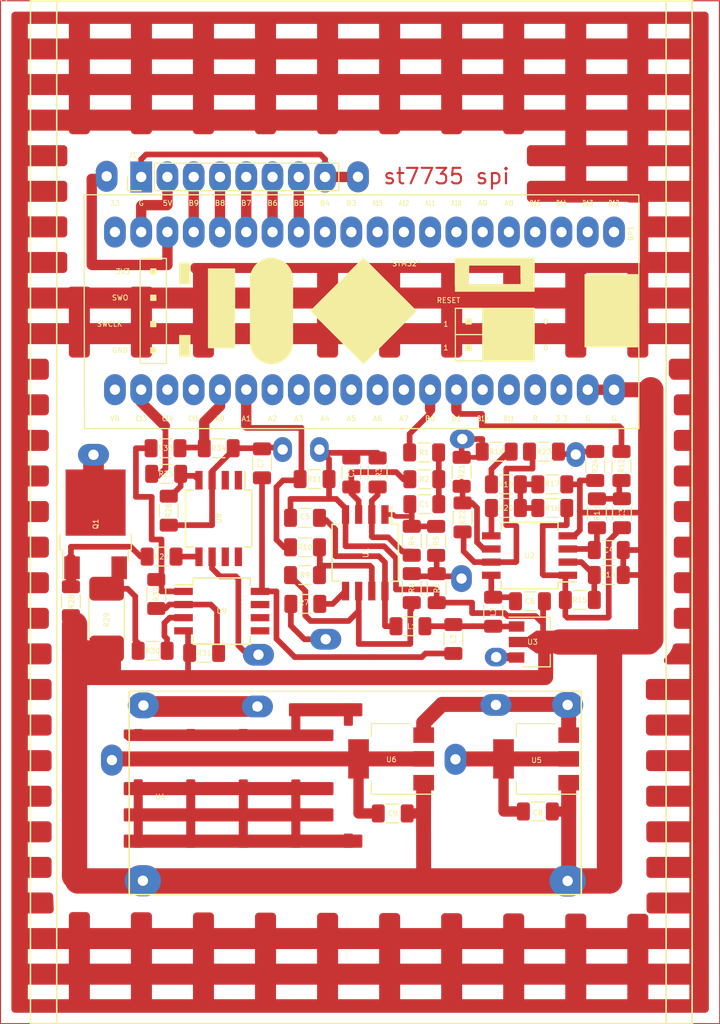
<source format=kicad_pcb>
(kicad_pcb (version 20171130) (host pcbnew 5.1.5+dfsg1-2build1)
  (layers (0 F.Cu signal) (31 B.Cu signal) (34 B.Paste user) (35 F.Paste user) (36 B.SilkS user) (37 F.SilkS user) (38 B.Mask user) (39 F.Mask user) (44 Edge.Cuts user))
  (net 0 "")
  (net 1 GND)
  (net 2 +3V3)
  (net 3 "Net-(C1-Pad1)")
  (net 4 "Net-(C1-Pad2)")
  (net 5 "Net-(C2-Pad2)")
  (net 6 "Net-(R3-Pad2)")
  (net 7 "Net-(R7-Pad2)")
  (net 8 "Net-(R8-Pad2)")
  (net 9 "Net-(R10-Pad1)")
  (net 10 "Net-(C3-Pad1)")
  (net 11 "Net-(C3-Pad2)")
  (net 12 "Net-(C4-Pad2)")
  (net 13 "Net-(Q1-Pad1)")
  (net 14 "Net-(Q1-Pad3)")
  (net 15 "Net-(R14-Pad2)")
  (net 16 "Net-(R16-Pad1)")
  (net 17 "Net-(R18-Pad1)")
  (net 18 "Net-(R20-Pad2)")
  (net 19 "Net-(R21-Pad2)")
  (net 20 "Net-(R22-Pad2)")
  (net 21 "Net-(R25-Pad2)")
  (net 22 "Net-(R27-Pad2)")
  (net 23 "Net-(R30-Pad1)")
  (net 24 "Net-(R31-Pad1)")
  (net 25 "Net-(R32-Pad1)")
  (net 26 "Net-(U8-Pad1)")
  (net 27 "Net-(U8-Pad2)")
  (net 28 "Net-(U8-Pad7)")
  (net 29 "Net-(U8-Pad8)")
  (net 30 +12V)
  (net 31 "Net-(BP1-Pad20)")
  (net 32 "Net-(BP1-Pad21)")
  (net 33 "Net-(BP1-Pad19)")
  (net 34 "Net-(BP1-Pad22)")
  (net 35 "Net-(BP1-Pad23)")
  (net 36 "Net-(BP1-Pad17)")
  (net 37 "Net-(BP1-Pad24)")
  (net 38 "Net-(BP1-Pad16)")
  (net 39 "Net-(BP1-Pad25)")
  (net 40 "Net-(BP1-Pad15)")
  (net 41 "Net-(BP1-Pad26)")
  (net 42 "Net-(BP1-Pad14)")
  (net 43 "Net-(BP1-Pad27)")
  (net 44 "Net-(BP1-Pad13)")
  (net 45 "Net-(BP1-Pad28)")
  (net 46 "Net-(BP1-Pad12)")
  (net 47 "Net-(BP1-Pad29)")
  (net 48 "Net-(BP1-Pad11)")
  (net 49 "Net-(BP1-Pad30)")
  (net 50 "Net-(BP1-Pad10)")
  (net 51 "Net-(BP1-Pad31)")
  (net 52 "Net-(BP1-Pad9)")
  (net 53 "Net-(BP1-Pad32)")
  (net 54 "Net-(BP1-Pad8)")
  (net 55 "Net-(BP1-Pad33)")
  (net 56 "Net-(BP1-Pad7)")
  (net 57 "Net-(BP1-Pad34)")
  (net 58 "Net-(BP1-Pad6)")
  (net 59 "Net-(BP1-Pad35)")
  (net 60 "Net-(BP1-Pad5)")
  (net 61 "Net-(BP1-Pad36)")
  (net 62 "Net-(BP1-Pad4)")
  (net 63 "Net-(BP1-Pad37)")
  (net 64 "Net-(BP1-Pad3)")
  (net 65 "Net-(BP1-Pad38)")
  (net 66 "Net-(BP1-Pad2)")
  (net 67 "Net-(BP1-Pad1)")
  (net 68 "Net-(C6-Pad2)")
  (net 69 "Net-(C5-Pad2)")
  (net 70 "Net-(C7-Pad2)")
  (net 71 "Net-(LSU1-Pad1)")
  (net 72 "Net-(LSU1-Pad2)")
  (net 73 "Net-(LSU1-Pad3)")
  (net 74 "Net-(LSU1-Pad5)")
  (net 75 +5V)
  (net 76 +7.5V)
  (net 77 +5P)
  (module DCDC:lm2596-hw-411 (layer F.Cu) (at 121.2596 114.7064)
    (fp_text reference U4 (at 0.0254 0.1524) (layer F.SilkS) (effects (font (size 0.5 0.5) (thickness 0.075))))
    (fp_text value lm2596-hw-411)
    (pad 4 thru_hole oval (at 39.3954 8.2804) (size 3.5 3) (drill 1) (layers *.Cu *.Mask) (net 1 GND))
    (pad 3 thru_hole oval (at 39.3954 -8.7376) (size 3 2.5) (drill 1) (layers *.Cu *.Mask) (net 76 +7.5V))
    (pad 2 thru_hole oval (at -1.6764 8.255) (size 3.5 3) (drill 1) (layers *.Cu *.Mask) (net 1 GND))
    (pad 1 thru_hole oval (at -1.6256 -8.6868) (size 3 2.5) (drill 1) (layers *.Cu *.Mask) (net 30 +12V))
  )
  (module MountingHole:MountingHole_2.2mm_M2_DIN965_Pad (layer F.Cu) (at 140.3858 54.9148)
    (fp_text reference J2 (at 0 0.0508) (layer F.SilkS) (effects (font (size 0.5 0.5) (thickness 0.075))))
    (fp_text value Conn_01x01_Female)
    (pad "" thru_hole oval (at 0 0) (size 2.1 3) (drill 1) (layers *.Cu *.Mask) (net 2 +3V3))
  )
  (module MountingHole:MountingHole_2.2mm_M2_DIN965_Pad (layer F.Cu) (at 150.4696 80.264 90)
    (fp_text reference J2 (at 0 0 180) (layer F.SilkS) (effects (font (size 0.5 0.5) (thickness 0.075))))
    (fp_text value Conn_01x01_Female)
    (pad "" thru_hole oval (at 0 0 90) (size 1.8 2.4) (drill 1) (layers *.Cu *.Mask) (net 71 "Net-(LSU1-Pad1)"))
  )
  (module MountingHole:MountingHole_2.2mm_M2_DIN965_Pad (layer F.Cu) (at 114.808 81.788 270)
    (fp_text reference J2 (at 0.0508 -0.0508 180) (layer F.SilkS) (effects (font (size 0.5 0.5) (thickness 0.075))))
    (fp_text value Conn_01x01_Female)
    (pad "" thru_hole oval (at 0 0 270) (size 2.1 3) (drill 1) (layers *.Cu *.Mask) (net 74 "Net-(LSU1-Pad5)"))
  )
  (module MountingHole:MountingHole_2.2mm_M2_DIN965_Pad (layer F.Cu) (at 133.096 81.28)
    (fp_text reference J2 (at 0.0254 -0.0508) (layer F.SilkS) (effects (font (size 0.5 0.5) (thickness 0.075))))
    (fp_text value Conn_01x01_Female)
    (pad "" thru_hole oval (at 0 0) (size 1.8 2.4) (drill 1) (layers *.Cu *.Mask) (net 1 GND))
  )
  (module MountingHole:MountingHole_2.2mm_M2_DIN965_Pad (layer F.Cu) (at 136.652 81.28)
    (fp_text reference J2 (at 0 -0.0762) (layer F.SilkS) (effects (font (size 0.5 0.5) (thickness 0.075))))
    (fp_text value Conn_01x01_Female)
    (pad "" thru_hole oval (at 0 0) (size 1.8 2.4) (drill 1) (layers *.Cu *.Mask) (net 1 GND))
  )
  (module MountingHole:MountingHole_2.2mm_M2_DIN965_Pad (layer F.Cu) (at 137.2616 99.6188 90)
    (fp_text reference J2 (at -0.0508 -0.0254 180) (layer F.SilkS) (effects (font (size 0.5 0.5) (thickness 0.075))))
    (fp_text value Conn_01x01_Female)
    (pad "" thru_hole oval (at 0 0 90) (size 2 3) (drill 1) (layers *.Cu *.Mask) (net 72 "Net-(LSU1-Pad2)"))
  )
  (module MountingHole:MountingHole_2.2mm_M2_DIN965_Pad (layer F.Cu) (at 161.4424 81.7626)
    (fp_text reference J2 (at 0 0) (layer F.SilkS) (effects (font (size 0.5 0.5) (thickness 0.075))))
    (fp_text value Conn_01x01_Female)
    (pad "" thru_hole oval (at 0 0) (size 1.8 2.4) (drill 1) (layers *.Cu *.Mask) (net 43 "Net-(BP1-Pad27)"))
  )
  (module MountingHole:MountingHole_2.2mm_M2_DIN965_Pad (layer F.Cu) (at 150.3934 93.7514)
    (fp_text reference J2 (at 0.0254 -0.0762) (layer F.SilkS) (effects (font (size 0.5 0.5) (thickness 0.075))))
    (fp_text value Conn_01x01_Female)
    (pad "" thru_hole oval (at 0 0) (size 2 2.6) (drill 1) (layers *.Cu *.Mask) (net 73 "Net-(LSU1-Pad3)"))
  )
  (module MountingHole:MountingHole_2.2mm_M2_DIN965_Pad (layer F.Cu) (at 153.7208 105.9688 90)
    (fp_text reference J2 (at -0.0254 -0.0254 180) (layer F.SilkS) (effects (font (size 0.5 0.5) (thickness 0.075))))
    (fp_text value Conn_01x01_Female)
    (pad "" thru_hole oval (at 0 0 90) (size 2.1 3) (drill 1) (layers *.Cu *.Mask) (net 76 +7.5V))
  )
  (module MountingHole:MountingHole_2.2mm_M2_DIN965_Pad (layer F.Cu) (at 153.7462 101.346 90)
    (fp_text reference J2 (at -0.0508 -0.127 180) (layer F.SilkS) (effects (font (size 0.5 0.5) (thickness 0.075))))
    (fp_text value Conn_01x01_Female)
    (pad "" thru_hole oval (at 0 0 90) (size 1.8 2.2) (drill 1) (layers *.Cu *.Mask) (net 76 +7.5V))
  )
  (module MountingHole:MountingHole_2.2mm_M2_DIN965_Pad (layer F.Cu) (at 130.7592 101.1174 90)
    (fp_text reference J2 (at -0.0508 0.0254 180) (layer F.SilkS) (effects (font (size 0.5 0.5) (thickness 0.075))))
    (fp_text value Conn_01x01_Female)
    (pad "" thru_hole oval (at 0 0 90) (size 2.1 3) (drill 1) (layers *.Cu *.Mask) (net 30 +12V))
  )
  (module MountingHole:MountingHole_2.2mm_M2_DIN965_Pad (layer F.Cu) (at 130.6576 106.1212 90)
    (fp_text reference J2 (at -0.127 -0.0508 180) (layer F.SilkS) (effects (font (size 0.5 0.5) (thickness 0.075))))
    (fp_text value Conn_01x01_Female)
    (pad "" thru_hole oval (at 0 0 90) (size 2.1 3) (drill 1) (layers *.Cu *.Mask) (net 30 +12V))
  )
  (module MountingHole:MountingHole_2.2mm_M2_DIN965_Pad (layer F.Cu) (at 116.078 54.864)
    (fp_text reference J2 (at 0.0508 -0.1016) (layer F.SilkS) (effects (font (size 0.5 0.5) (thickness 0.075))))
    (fp_text value Conn_01x01_Female)
    (pad "" thru_hole oval (at 0 0) (size 2.1 3) (drill 1) (layers *.Cu *.Mask) (net 75 +5V))
  )
  (module MountingHole:MountingHole_2.2mm_M2_DIN965_Pad (layer F.Cu) (at 116.586 111.3028)
    (fp_text reference J2 (at 0.0508 0) (layer F.SilkS) (effects (font (size 0.5 0.5) (thickness 0.075))))
    (fp_text value Conn_01x01_Female)
    (pad "" thru_hole oval (at 0 0) (size 2.1 3) (drill 1) (layers *.Cu *.Mask) (net 75 +5V))
  )
  (module MountingHole:MountingHole_2.2mm_M2_DIN965_Pad (layer F.Cu) (at 149.8092 111.2266)
    (fp_text reference J2 (at 0.0508 0) (layer F.SilkS) (effects (font (size 0.5 0.5) (thickness 0.075))))
    (fp_text value Conn_01x01_Female)
    (pad "" thru_hole oval (at 0 0) (size 2.1 3) (drill 1) (layers *.Cu *.Mask) (net 2 +3V3))
  )
  (module Package_TO_SOT_SMD:TO-252-2 (layer F.Cu) (at 115.0112 88.51 90)
    (fp_text reference Q1 (at 0.0254 0.0127 90) (layer F.SilkS) (effects (font (size 0.5 0.5) (thickness 0.075))))
    (fp_text value LR7843)
    (pad 1 smd rect (at -4.2 -2.28 90) (size 2.2 1.5) (layers F.Cu F.Paste F.Mask) (net 13 "Net-(Q1-Pad1)"))
    (pad 3 smd rect (at -4.2 2.28 90) (size 2.2 1.5) (layers F.Cu F.Paste F.Mask) (net 14 "Net-(Q1-Pad3)"))
    (pad 2 smd rect (at 2.1 0 90) (size 6.4 5.8) (layers F.Cu F.Mask) (net 74 "Net-(LSU1-Pad5)"))
  )
  (module Package_SO:SO-8_5.3x6.2mm_P1.27mm (layer F.Cu) (at 126.9111 87.9475 270)
    (fp_text reference U8 (at -0.017 0 90) (layer F.SilkS) (effects (font (size 0.5 0.5) (thickness 0.075))))
    (fp_text value IR4427)
    (pad 1 smd rect (at -3.7 -1.905 270) (size 1.8 0.7) (layers F.Cu F.Paste F.Mask) (net 26 "Net-(U8-Pad1)"))
    (pad 2 smd rect (at -3.7 -0.635 270) (size 1.8 0.7) (layers F.Cu F.Paste F.Mask) (net 27 "Net-(U8-Pad2)"))
    (pad 3 smd rect (at -3.7 0.635 270) (size 1.8 0.7) (layers F.Cu F.Paste F.Mask) (net 1 GND))
    (pad 4 smd rect (at -3.7 1.905 270) (size 1.8 0.7) (layers F.Cu F.Paste F.Mask) (net 21 "Net-(R25-Pad2)"))
    (pad 5 smd rect (at 3.7 1.905 270) (size 1.8 0.7) (layers F.Cu F.Paste F.Mask) (net 22 "Net-(R27-Pad2)"))
    (pad 6 smd rect (at 3.7 0.635 270) (size 1.8 0.7) (layers F.Cu F.Paste F.Mask) (net 30 +12V))
    (pad 7 smd rect (at 3.7 -0.635 270) (size 1.8 0.7) (layers F.Cu F.Paste F.Mask) (net 28 "Net-(U8-Pad7)"))
    (pad 8 smd rect (at 3.7 -1.905 270) (size 1.8 0.7) (layers F.Cu F.Paste F.Mask) (net 29 "Net-(U8-Pad8)"))
  )
  (module Resistor_SMD:R_1206_3216Metric (layer F.Cu) (at 164.6331 90.9955 180)
    (fp_text reference C4 (at -0.003 0) (layer F.SilkS) (effects (font (size 0.5 0.5) (thickness 0.075))))
    (fp_text value 1mf)
    (pad 2 smd roundrect (at 1.4 0 180) (size 1.25 1.75) (layers F.Cu F.Paste F.Mask) (roundrect_rratio 0.2) (net 12 "Net-(C4-Pad2)"))
    (pad 1 smd roundrect (at -1.4 0 180) (size 1.25 1.75) (layers F.Cu F.Paste F.Mask) (roundrect_rratio 0.2) (net 1 GND))
  )
  (module Resistor_SMD:R_1206_3216Metric (layer F.Cu) (at 146.7963 86.5632)
    (fp_text reference C1 (at 0 0) (layer F.SilkS) (effects (font (size 0.5 0.5) (thickness 0.075))))
    (fp_text value 1mf)
    (pad 2 smd roundrect (at 1.4 0) (size 1.25 1.75) (layers F.Cu F.Paste F.Mask) (roundrect_rratio 0.2) (net 4 "Net-(C1-Pad2)"))
    (pad 1 smd roundrect (at -1.4 0) (size 1.25 1.75) (layers F.Cu F.Paste F.Mask) (roundrect_rratio 0.2) (net 3 "Net-(C1-Pad1)"))
  )
  (module Resistor_SMD:R_1206_3216Metric (layer F.Cu) (at 139.7381 83.4995 270)
    (fp_text reference C2 (at 0 0 90) (layer F.SilkS) (effects (font (size 0.5 0.5) (thickness 0.075))))
    (fp_text value 1mf)
    (pad 1 smd roundrect (at -1.4 0 270) (size 1.25 1.75) (layers F.Cu F.Paste F.Mask) (roundrect_rratio 0.2) (net 1 GND))
    (pad 2 smd roundrect (at 1.4 0 270) (size 1.25 1.75) (layers F.Cu F.Paste F.Mask) (roundrect_rratio 0.2) (net 5 "Net-(C2-Pad2)"))
  )
  (module Resistor_SMD:R_1206_3216Metric (layer F.Cu) (at 146.7769 81.5594 180)
    (fp_text reference R1 (at 0 0) (layer F.SilkS) (effects (font (size 0.5 0.5) (thickness 0.075))))
    (fp_text value 47k)
    (pad 1 smd roundrect (at -1.4 0 180) (size 1.25 1.75) (layers F.Cu F.Paste F.Mask) (roundrect_rratio 0.2) (net 4 "Net-(C1-Pad2)"))
    (pad 2 smd roundrect (at 1.4 0 180) (size 1.25 1.75) (layers F.Cu F.Paste F.Mask) (roundrect_rratio 0.2) (net 55 "Net-(BP1-Pad33)"))
  )
  (module Resistor_SMD:R_1206_3216Metric (layer F.Cu) (at 146.7963 84.1502)
    (fp_text reference R2 (at 0 0) (layer F.SilkS) (effects (font (size 0.5 0.5) (thickness 0.075))))
    (fp_text value 47k)
    (pad 1 smd roundrect (at -1.4 0) (size 1.25 1.75) (layers F.Cu F.Paste F.Mask) (roundrect_rratio 0.2) (net 5 "Net-(C2-Pad2)"))
    (pad 2 smd roundrect (at 1.4 0) (size 1.25 1.75) (layers F.Cu F.Paste F.Mask) (roundrect_rratio 0.2) (net 4 "Net-(C1-Pad2)"))
  )
  (module Resistor_SMD:R_1206_3216Metric (layer F.Cu) (at 142.2781 83.4995 270)
    (fp_text reference R3 (at 0.003 -0.127 90) (layer F.SilkS) (effects (font (size 0.5 0.5) (thickness 0.075))))
    (fp_text value ***)
    (pad 2 smd roundrect (at 1.4 0 270) (size 1.25 1.75) (layers F.Cu F.Paste F.Mask) (roundrect_rratio 0.2) (net 6 "Net-(R3-Pad2)"))
    (pad 1 smd roundrect (at -1.4 0 270) (size 1.25 1.75) (layers F.Cu F.Paste F.Mask) (roundrect_rratio 0.2) (net 1 GND))
  )
  (module Resistor_SMD:R_1206_3216Metric (layer F.Cu) (at 145.5801 90.1035 270)
    (fp_text reference R4 (at -0.003 0 90) (layer F.SilkS) (effects (font (size 0.5 0.5) (thickness 0.075))))
    (fp_text value 47k)
    (pad 2 smd roundrect (at 1.4 0 270) (size 1.25 1.75) (layers F.Cu F.Paste F.Mask) (roundrect_rratio 0.2) (net 6 "Net-(R3-Pad2)"))
    (pad 1 smd roundrect (at -1.4 0 270) (size 1.25 1.75) (layers F.Cu F.Paste F.Mask) (roundrect_rratio 0.2) (net 3 "Net-(C1-Pad1)"))
  )
  (module Resistor_SMD:R_1206_3216Metric (layer F.Cu) (at 147.9423 90.1095 90)
    (fp_text reference R5 (at 0 0 90) (layer F.SilkS) (effects (font (size 0.5 0.5) (thickness 0.075))))
    (fp_text value 1k)
    (pad 1 smd roundrect (at -1.4 0 90) (size 1.25 1.75) (layers F.Cu F.Paste F.Mask) (roundrect_rratio 0.2) (net 73 "Net-(LSU1-Pad3)"))
    (pad 2 smd roundrect (at 1.4 0 90) (size 1.25 1.75) (layers F.Cu F.Paste F.Mask) (roundrect_rratio 0.2) (net 3 "Net-(C1-Pad1)"))
  )
  (module Resistor_SMD:R_1206_3216Metric (layer F.Cu) (at 147.9931 94.6815 90)
    (fp_text reference R6 (at 0.003 0 90) (layer F.SilkS) (effects (font (size 0.5 0.5) (thickness 0.075))))
    (fp_text value ***)
    (pad 2 smd roundrect (at 1.4 0 90) (size 1.25 1.75) (layers F.Cu F.Paste F.Mask) (roundrect_rratio 0.2) (net 73 "Net-(LSU1-Pad3)"))
    (pad 1 smd roundrect (at -1.4 0 90) (size 1.25 1.75) (layers F.Cu F.Paste F.Mask) (roundrect_rratio 0.2) (net 1 GND))
  )
  (module Resistor_SMD:R_1206_3216Metric (layer F.Cu) (at 135.2901 96.2025)
    (fp_text reference R7 (at -0.124 -0.127) (layer F.SilkS) (effects (font (size 0.5 0.5) (thickness 0.075))))
    (fp_text value 47k)
    (pad 1 smd roundrect (at -1.4 0) (size 1.25 1.75) (layers F.Cu F.Paste F.Mask) (roundrect_rratio 0.2) (net 72 "Net-(LSU1-Pad2)"))
    (pad 2 smd roundrect (at 1.4 0) (size 1.25 1.75) (layers F.Cu F.Paste F.Mask) (roundrect_rratio 0.2) (net 7 "Net-(R7-Pad2)"))
  )
  (module Resistor_SMD:R_1206_3216Metric (layer F.Cu) (at 145.5801 94.6755 270)
    (fp_text reference R8 (at -0.003 0 90) (layer F.SilkS) (effects (font (size 0.5 0.5) (thickness 0.075))))
    (fp_text value 47k)
    (pad 2 smd roundrect (at 1.4 0 270) (size 1.25 1.75) (layers F.Cu F.Paste F.Mask) (roundrect_rratio 0.2) (net 8 "Net-(R8-Pad2)"))
    (pad 1 smd roundrect (at -1.4 0 270) (size 1.25 1.75) (layers F.Cu F.Paste F.Mask) (roundrect_rratio 0.2) (net 73 "Net-(LSU1-Pad3)"))
  )
  (module Resistor_SMD:R_1206_3216Metric (layer F.Cu) (at 135.258 93.4212)
    (fp_text reference R9 (at 0 0) (layer F.SilkS) (effects (font (size 0.5 0.5) (thickness 0.075))))
    (fp_text value 100)
    (pad 1 smd roundrect (at -1.4 0) (size 1.25 1.75) (layers F.Cu F.Paste F.Mask) (roundrect_rratio 0.2) (net 8 "Net-(R8-Pad2)"))
    (pad 2 smd roundrect (at 1.4 0) (size 1.25 1.75) (layers F.Cu F.Paste F.Mask) (roundrect_rratio 0.2) (net 9 "Net-(R10-Pad1)"))
  )
  (module Resistor_SMD:R_1206_3216Metric (layer F.Cu) (at 135.258 90.7288 180)
    (fp_text reference R10 (at 0.003 0) (layer F.SilkS) (effects (font (size 0.5 0.5) (thickness 0.075))))
    (fp_text value 1K7)
    (pad 2 smd roundrect (at 1.4 0 180) (size 1.25 1.75) (layers F.Cu F.Paste F.Mask) (roundrect_rratio 0.2) (net 41 "Net-(BP1-Pad26)"))
    (pad 1 smd roundrect (at -1.4 0 180) (size 1.25 1.75) (layers F.Cu F.Paste F.Mask) (roundrect_rratio 0.2) (net 9 "Net-(R10-Pad1)"))
  )
  (module Resistor_SMD:R_1206_3216Metric (layer F.Cu) (at 136.1851 84.1375)
    (fp_text reference R11 (at 0 0) (layer F.SilkS) (effects (font (size 0.5 0.5) (thickness 0.075))))
    (fp_text value 3K3)
    (pad 1 smd roundrect (at -1.4 0) (size 1.25 1.75) (layers F.Cu F.Paste F.Mask) (roundrect_rratio 0.2) (net 41 "Net-(BP1-Pad26)"))
    (pad 2 smd roundrect (at 1.4 0) (size 1.25 1.75) (layers F.Cu F.Paste F.Mask) (roundrect_rratio 0.2) (net 1 GND))
  )
  (module Resistor_SMD:R_1206_3216Metric (layer F.Cu) (at 165.9001 87.4365 90)
    (fp_text reference C3 (at 0.000499 0.022699 90) (layer F.SilkS) (effects (font (size 0.5 0.5) (thickness 0.075))))
    (fp_text value 1mf)
    (pad 1 smd roundrect (at -1.4 0 90) (size 1.25 1.75) (layers F.Cu F.Paste F.Mask) (roundrect_rratio 0.2) (net 10 "Net-(C3-Pad1)"))
    (pad 2 smd roundrect (at 1.4 0 90) (size 1.25 1.75) (layers F.Cu F.Paste F.Mask) (roundrect_rratio 0.2) (net 11 "Net-(C3-Pad2)"))
  )
  (module Resistor_SMD:R_1206_3216Metric (layer F.Cu) (at 165.862 82.8705 90)
    (fp_text reference R12 (at 0.0127 0.0127 90) (layer F.SilkS) (effects (font (size 0.5 0.5) (thickness 0.075))))
    (fp_text value 47k)
    (pad 2 smd roundrect (at 1.4 0 90) (size 1.25 1.75) (layers F.Cu F.Paste F.Mask) (roundrect_rratio 0.2) (net 57 "Net-(BP1-Pad34)"))
    (pad 1 smd roundrect (at -1.4 0 90) (size 1.25 1.75) (layers F.Cu F.Paste F.Mask) (roundrect_rratio 0.2) (net 11 "Net-(C3-Pad2)"))
  )
  (module Resistor_SMD:R_1206_3216Metric (layer F.Cu) (at 163.4871 87.4425 90)
    (fp_text reference R13 (at 0.002699 0.009299 90) (layer F.SilkS) (effects (font (size 0.5 0.5) (thickness 0.075))))
    (fp_text value 47k)
    (pad 2 smd roundrect (at 1.4 0 90) (size 1.25 1.75) (layers F.Cu F.Paste F.Mask) (roundrect_rratio 0.2) (net 11 "Net-(C3-Pad2)"))
    (pad 1 smd roundrect (at -1.4 0 90) (size 1.25 1.75) (layers F.Cu F.Paste F.Mask) (roundrect_rratio 0.2) (net 12 "Net-(C4-Pad2)"))
  )
  (module Resistor_SMD:R_1206_3216Metric (layer F.Cu) (at 164.6331 93.4085 180)
    (fp_text reference R14 (at 0.0635 0.0254) (layer F.SilkS) (effects (font (size 0.5 0.5) (thickness 0.075))))
    (fp_text value ***)
    (pad 1 smd roundrect (at -1.4 0 180) (size 1.25 1.75) (layers F.Cu F.Paste F.Mask) (roundrect_rratio 0.2) (net 1 GND))
    (pad 2 smd roundrect (at 1.4 0 180) (size 1.25 1.75) (layers F.Cu F.Paste F.Mask) (roundrect_rratio 0.2) (net 15 "Net-(R14-Pad2)"))
  )
  (module Resistor_SMD:R_1206_3216Metric (layer F.Cu) (at 161.8331 95.8215)
    (fp_text reference R15 (at -0.002901 -0.002701) (layer F.SilkS) (effects (font (size 0.5 0.5) (thickness 0.075))))
    (fp_text value 47k)
    (pad 1 smd roundrect (at -1.4 0) (size 1.25 1.75) (layers F.Cu F.Paste F.Mask) (roundrect_rratio 0.2) (net 10 "Net-(C3-Pad1)"))
    (pad 2 smd roundrect (at 1.4 0) (size 1.25 1.75) (layers F.Cu F.Paste F.Mask) (roundrect_rratio 0.2) (net 15 "Net-(R14-Pad2)"))
  )
  (module Resistor_SMD:R_1206_3216Metric (layer F.Cu) (at 159.1721 86.9315)
    (fp_text reference R16 (at 0.005899 0.011999) (layer F.SilkS) (effects (font (size 0.5 0.5) (thickness 0.075))))
    (fp_text value 100R)
    (pad 2 smd roundrect (at 1.4 0) (size 1.25 1.75) (layers F.Cu F.Paste F.Mask) (roundrect_rratio 0.2) (net 10 "Net-(C3-Pad1)"))
    (pad 1 smd roundrect (at -1.4 0) (size 1.25 1.75) (layers F.Cu F.Paste F.Mask) (roundrect_rratio 0.2) (net 16 "Net-(R16-Pad1)"))
  )
  (module Resistor_SMD:R_1206_3216Metric (layer F.Cu) (at 159.1721 84.6455 180)
    (fp_text reference R17 (at 0.022499 0.048799) (layer F.SilkS) (effects (font (size 0.5 0.5) (thickness 0.075))))
    (fp_text value ***)
    (pad 2 smd roundrect (at 1.4 0 180) (size 1.25 1.75) (layers F.Cu F.Paste F.Mask) (roundrect_rratio 0.2) (net 16 "Net-(R16-Pad1)"))
    (pad 1 smd roundrect (at -1.4 0 180) (size 1.25 1.75) (layers F.Cu F.Paste F.Mask) (roundrect_rratio 0.2) (net 1 GND))
  )
  (module Resistor_SMD:R_1206_3216Metric (layer F.Cu) (at 154.686 84.6455)
    (fp_text reference R18 (at 0 0.0127) (layer F.SilkS) (effects (font (size 0.5 0.5) (thickness 0.075))))
    (fp_text value 31R)
    (pad 2 smd roundrect (at 1.4 0) (size 1.25 1.75) (layers F.Cu F.Paste F.Mask) (roundrect_rratio 0.2) (net 16 "Net-(R16-Pad1)"))
    (pad 1 smd roundrect (at -1.4 0) (size 1.25 1.75) (layers F.Cu F.Paste F.Mask) (roundrect_rratio 0.2) (net 17 "Net-(R18-Pad1)"))
  )
  (module Resistor_SMD:R_1206_3216Metric (layer F.Cu) (at 153.794 81.4832)
    (fp_text reference R19 (at -0.013401 -0.005001) (layer F.SilkS) (effects (font (size 0.5 0.5) (thickness 0.075))))
    (fp_text value 31R)
    (pad 1 smd roundrect (at -1.4 0) (size 1.25 1.75) (layers F.Cu F.Paste F.Mask) (roundrect_rratio 0.2) (net 71 "Net-(LSU1-Pad1)"))
    (pad 2 smd roundrect (at 1.4 0) (size 1.25 1.75) (layers F.Cu F.Paste F.Mask) (roundrect_rratio 0.2) (net 17 "Net-(R18-Pad1)"))
  )
  (module Resistor_SMD:R_1206_3216Metric (layer F.Cu) (at 154.686 86.9315 180)
    (fp_text reference R20 (at 0.006399 -0.002701) (layer F.SilkS) (effects (font (size 0.5 0.5) (thickness 0.075))))
    (fp_text value 22k)
    (pad 1 smd roundrect (at -1.4 0 180) (size 1.25 1.75) (layers F.Cu F.Paste F.Mask) (roundrect_rratio 0.2) (net 16 "Net-(R16-Pad1)"))
    (pad 2 smd roundrect (at 1.4 0 180) (size 1.25 1.75) (layers F.Cu F.Paste F.Mask) (roundrect_rratio 0.2) (net 18 "Net-(R20-Pad2)"))
  )
  (module Resistor_SMD:R_1206_3216Metric (layer F.Cu) (at 150.4061 83.436 270)
    (fp_text reference R21 (at -0.019001 -0.002001 90) (layer F.SilkS) (effects (font (size 0.5 0.5) (thickness 0.075))))
    (fp_text value 22k)
    (pad 2 smd roundrect (at 1.4 0 270) (size 1.25 1.75) (layers F.Cu F.Paste F.Mask) (roundrect_rratio 0.2) (net 19 "Net-(R21-Pad2)"))
    (pad 1 smd roundrect (at -1.4 0 270) (size 1.25 1.75) (layers F.Cu F.Paste F.Mask) (roundrect_rratio 0.2) (net 71 "Net-(LSU1-Pad1)"))
  )
  (module Resistor_SMD:R_1206_3216Metric (layer F.Cu) (at 150.495 87.8429 270)
    (fp_text reference R22 (at 0.009299 0.006999 90) (layer F.SilkS) (effects (font (size 0.5 0.5) (thickness 0.075))))
    (fp_text value 47k)
    (pad 1 smd roundrect (at -1.4 0 270) (size 1.25 1.75) (layers F.Cu F.Paste F.Mask) (roundrect_rratio 0.2) (net 19 "Net-(R21-Pad2)"))
    (pad 2 smd roundrect (at 1.4 0 270) (size 1.25 1.75) (layers F.Cu F.Paste F.Mask) (roundrect_rratio 0.2) (net 20 "Net-(R22-Pad2)"))
  )
  (module Resistor_SMD:R_1206_3216Metric (layer F.Cu) (at 158.366 81.4832)
    (fp_text reference R23 (at 0.013199 0.010699) (layer F.SilkS) (effects (font (size 0.5 0.5) (thickness 0.075))))
    (fp_text value 1K7)
    (pad 2 smd roundrect (at 1.4 0) (size 1.25 1.75) (layers F.Cu F.Paste F.Mask) (roundrect_rratio 0.2) (net 43 "Net-(BP1-Pad27)"))
    (pad 1 smd roundrect (at -1.4 0) (size 1.25 1.75) (layers F.Cu F.Paste F.Mask) (roundrect_rratio 0.2) (net 20 "Net-(R22-Pad2)"))
  )
  (module Resistor_SMD:R_1206_3216Metric (layer F.Cu) (at 163.322 82.8705 270)
    (fp_text reference R24 (at 0 0 90) (layer F.SilkS) (effects (font (size 0.5 0.5) (thickness 0.075))))
    (fp_text value 3K3)
    (pad 1 smd roundrect (at -1.4 0 270) (size 1.25 1.75) (layers F.Cu F.Paste F.Mask) (roundrect_rratio 0.2) (net 43 "Net-(BP1-Pad27)"))
    (pad 2 smd roundrect (at 1.4 0 270) (size 1.25 1.75) (layers F.Cu F.Paste F.Mask) (roundrect_rratio 0.2) (net 1 GND))
  )
  (module Package_SO:SO-8_5.3x6.2mm_P1.27mm (layer F.Cu) (at 156.972 91.5289 180)
    (fp_text reference U2 (at -0.003601 0.001999) (layer F.SilkS) (effects (font (size 0.5 0.5) (thickness 0.075))))
    (fp_text value MCP602)
    (pad 8 smd rect (at 3.7 -1.905 180) (size 1.8 0.7) (layers F.Cu F.Paste F.Mask) (net 68 "Net-(C6-Pad2)"))
    (pad 7 smd rect (at 3.7 -0.635 180) (size 1.8 0.7) (layers F.Cu F.Paste F.Mask) (net 20 "Net-(R22-Pad2)"))
    (pad 6 smd rect (at 3.7 0.635 180) (size 1.8 0.7) (layers F.Cu F.Paste F.Mask) (net 19 "Net-(R21-Pad2)"))
    (pad 5 smd rect (at 3.7 1.905 180) (size 1.8 0.7) (layers F.Cu F.Paste F.Mask) (net 18 "Net-(R20-Pad2)"))
    (pad 4 smd rect (at -3.7 1.905 180) (size 1.8 0.7) (layers F.Cu F.Paste F.Mask) (net 1 GND))
    (pad 3 smd rect (at -3.7 0.635 180) (size 1.8 0.7) (layers F.Cu F.Paste F.Mask) (net 12 "Net-(C4-Pad2)"))
    (pad 2 smd rect (at -3.7 -0.635 180) (size 1.8 0.7) (layers F.Cu F.Paste F.Mask) (net 15 "Net-(R14-Pad2)"))
    (pad 1 smd rect (at -3.7 -1.905 180) (size 1.8 0.7) (layers F.Cu F.Paste F.Mask) (net 10 "Net-(C3-Pad1)"))
  )
  (module Resistor_SMD:R_1206_3216Metric (layer F.Cu) (at 121.8341 83.6295)
    (fp_text reference R25 (at -0.0097 0) (layer F.SilkS) (effects (font (size 0.5 0.5) (thickness 0.075))))
    (fp_text value 1K)
    (pad 1 smd roundrect (at -1.4 0) (size 1.25 1.75) (layers F.Cu F.Paste F.Mask) (roundrect_rratio 0.2) (net 34 "Net-(BP1-Pad22)"))
    (pad 2 smd roundrect (at 1.4 0) (size 1.25 1.75) (layers F.Cu F.Paste F.Mask) (roundrect_rratio 0.2) (net 21 "Net-(R25-Pad2)"))
  )
  (module Resistor_SMD:R_1206_3216Metric (layer F.Cu) (at 122.0851 87.1885 270)
    (fp_text reference R26 (at 0 0.0127 90) (layer F.SilkS) (effects (font (size 0.5 0.5) (thickness 0.075))))
    (fp_text value 15K)
    (pad 2 smd roundrect (at 1.4 0 270) (size 1.25 1.75) (layers F.Cu F.Paste F.Mask) (roundrect_rratio 0.2) (net 1 GND))
    (pad 1 smd roundrect (at -1.4 0 270) (size 1.25 1.75) (layers F.Cu F.Paste F.Mask) (roundrect_rratio 0.2) (net 21 "Net-(R25-Pad2)"))
  )
  (module Resistor_SMD:R_1206_3216Metric (layer F.Cu) (at 121.3896 91.6305)
    (fp_text reference R27 (at 0 0.0097) (layer F.SilkS) (effects (font (size 0.5 0.5) (thickness 0.075))))
    (fp_text value 0.1K)
    (pad 1 smd roundrect (at -1.4 0) (size 1.25 1.75) (layers F.Cu F.Paste F.Mask) (roundrect_rratio 0.2) (net 13 "Net-(Q1-Pad1)"))
    (pad 2 smd roundrect (at 1.4 0) (size 1.25 1.75) (layers F.Cu F.Paste F.Mask) (roundrect_rratio 0.2) (net 22 "Net-(R27-Pad2)"))
  )
  (module Resistor_SMD:R_2512_6332Metric (layer F.Cu) (at 116.078 97.6332 270)
    (fp_text reference R29 (at 0.127 0 90) (layer F.SilkS) (effects (font (size 0.5 0.5) (thickness 0.075))))
    (fp_text value 0.01R)
    (pad 1 smd roundrect (at -2.9 0 270) (size 2.3 3.35) (layers F.Cu F.Paste F.Mask) (roundrect_rratio 0.185) (net 14 "Net-(Q1-Pad3)"))
    (pad 2 smd roundrect (at 2.9 0 270) (size 2.54 3.35) (layers F.Cu F.Paste F.Mask) (roundrect_rratio 0.185) (net 1 GND))
  )
  (module Resistor_SMD:R_1206_3216Metric (layer F.Cu) (at 120.526 100.7364 180)
    (fp_text reference R30 (at -0.004201 -0.006201) (layer F.SilkS) (effects (font (size 0.5 0.5) (thickness 0.075))))
    (fp_text value 0.3K)
    (pad 1 smd roundrect (at -1.4 0 180) (size 1.25 1.75) (layers F.Cu F.Paste F.Mask) (roundrect_rratio 0.2) (net 23 "Net-(R30-Pad1)"))
    (pad 2 smd roundrect (at 1.4 0 180) (size 1.25 1.75) (layers F.Cu F.Paste F.Mask) (roundrect_rratio 0.2) (net 14 "Net-(Q1-Pad3)"))
  )
  (module Resistor_SMD:R_1206_3216Metric (layer F.Cu) (at 125.5044 100.9396 180)
    (fp_text reference R31 (at 0 -0.0127) (layer F.SilkS) (effects (font (size 0.5 0.5) (thickness 0.075))))
    (fp_text value 0.3K)
    (pad 2 smd roundrect (at 1.4 0 180) (size 1.25 1.75) (layers F.Cu F.Paste F.Mask) (roundrect_rratio 0.2) (net 1 GND))
    (pad 1 smd roundrect (at -1.4 0 180) (size 1.25 1.75) (layers F.Cu F.Paste F.Mask) (roundrect_rratio 0.2) (net 24 "Net-(R31-Pad1)"))
  )
  (module Resistor_SMD:R_1206_3216Metric (layer F.Cu) (at 120.8786 95.247 270)
    (fp_text reference R32 (at 0 0 90) (layer F.SilkS) (effects (font (size 0.5 0.5) (thickness 0.075))))
    (fp_text value 0.36K)
    (pad 1 smd roundrect (at -1.4 0 270) (size 1.25 1.75) (layers F.Cu F.Paste F.Mask) (roundrect_rratio 0.2) (net 25 "Net-(R32-Pad1)"))
    (pad 2 smd roundrect (at 1.4 0 270) (size 1.25 1.75) (layers F.Cu F.Paste F.Mask) (roundrect_rratio 0.2) (net 24 "Net-(R31-Pad1)"))
  )
  (module Resistor_SMD:R_1206_3216Metric (layer F.Cu) (at 121.7706 81.153 180)
    (fp_text reference R33 (at -0.003 0) (layer F.SilkS) (effects (font (size 0.5 0.5) (thickness 0.075))))
    (fp_text value 1K7)
    (pad 2 smd roundrect (at 1.4 0 180) (size 1.25 1.75) (layers F.Cu F.Paste F.Mask) (roundrect_rratio 0.2) (net 25 "Net-(R32-Pad1)"))
    (pad 1 smd roundrect (at -1.4 0 180) (size 1.25 1.75) (layers F.Cu F.Paste F.Mask) (roundrect_rratio 0.2) (net 39 "Net-(BP1-Pad25)"))
  )
  (module Resistor_SMD:R_1206_3216Metric (layer F.Cu) (at 126.9141 81.153 180)
    (fp_text reference R34 (at 0 0) (layer F.SilkS) (effects (font (size 0.5 0.5) (thickness 0.075))))
    (fp_text value 3K3)
    (pad 1 smd roundrect (at -1.4 0 180) (size 1.25 1.75) (layers F.Cu F.Paste F.Mask) (roundrect_rratio 0.2) (net 1 GND))
    (pad 2 smd roundrect (at 1.4 0 180) (size 1.25 1.75) (layers F.Cu F.Paste F.Mask) (roundrect_rratio 0.2) (net 39 "Net-(BP1-Pad25)"))
  )
  (module Resistor_SMD:R_1206_3216Metric (layer F.Cu) (at 135.258 87.884)
    (fp_text reference C5 (at -0.003 -0.127) (layer F.SilkS) (effects (font (size 0.5 0.5) (thickness 0.075))))
    (fp_text value 1uF)
    (pad 2 smd roundrect (at 1.4 0) (size 1.25 1.75) (layers F.Cu F.Paste F.Mask) (roundrect_rratio 0.2) (net 69 "Net-(C5-Pad2)"))
    (pad 1 smd roundrect (at -1.4 0) (size 1.25 1.75) (layers F.Cu F.Paste F.Mask) (roundrect_rratio 0.2) (net 1 GND))
  )
  (module Resistor_SMD:R_1206_3216Metric (layer F.Cu) (at 157.0131 95.9485 180)
    (fp_text reference C6 (at 0 0) (layer F.SilkS) (effects (font (size 0.5 0.5) (thickness 0.075))))
    (fp_text value 1uF)
    (pad 1 smd roundrect (at -1.4 0 180) (size 1.25 1.75) (layers F.Cu F.Paste F.Mask) (roundrect_rratio 0.2) (net 1 GND))
    (pad 2 smd roundrect (at 1.4 0 180) (size 1.25 1.75) (layers F.Cu F.Paste F.Mask) (roundrect_rratio 0.2) (net 68 "Net-(C6-Pad2)"))
  )
  (module Resistor_SMD:R_1206_3216Metric (layer F.Cu) (at 131.1021 82.6135 270)
    (fp_text reference C7 (at -0.003 0.127 90) (layer F.SilkS) (effects (font (size 0.5 0.5) (thickness 0.075))))
    (fp_text value 1uF)
    (pad 1 smd roundrect (at -1.4 0 270) (size 1.25 1.75) (layers F.Cu F.Paste F.Mask) (roundrect_rratio 0.2) (net 1 GND))
    (pad 2 smd roundrect (at 1.4 0 270) (size 1.25 1.75) (layers F.Cu F.Paste F.Mask) (roundrect_rratio 0.2) (net 70 "Net-(C7-Pad2)"))
  )
  (module Module:YAAJ_BluePill (layer F.Cu) (at 165.1381 60.25388 180)
    (fp_text reference BP1 (at -1.651 -0.127 270) (layer F.SilkS) (effects (font (size 0.5 0.5) (thickness 0.075))))
    (fp_text value BluePill_1 hide)
    (fp_text user G (at 0 -18.034) (layer F.SilkS) (effects (font (size 0.5 0.5) (thickness 0.075))))
    (fp_text user G (at 2.54 -18.034) (layer F.SilkS) (effects (font (size 0.5 0.5) (thickness 0.075))))
    (fp_text user 3.3 (at 5.08 -18.034) (layer F.SilkS) (effects (font (size 0.5 0.5) (thickness 0.075))))
    (fp_text user R (at 7.62 -18.034) (layer F.SilkS) (effects (font (size 0.5 0.5) (thickness 0.075))))
    (fp_text user B11 (at 10.16 -18.034) (layer F.SilkS) (effects (font (size 0.5 0.35) (thickness 0.075))))
    (fp_text user B10 (at 12.7 -18.034) (layer F.SilkS) (effects (font (size 0.5 0.35) (thickness 0.075))))
    (fp_text user B1 (at 15.24 -18.034) (layer F.SilkS) (effects (font (size 0.5 0.5) (thickness 0.075))))
    (fp_text user B0 (at 17.78 -18.034) (layer F.SilkS) (effects (font (size 0.5 0.5) (thickness 0.075))))
    (fp_text user A7 (at 20.32 -18.034) (layer F.SilkS) (effects (font (size 0.5 0.5) (thickness 0.075))))
    (fp_text user A6 (at 22.86 -18.034) (layer F.SilkS) (effects (font (size 0.5 0.5) (thickness 0.075))))
    (fp_text user A5 (at 25.4 -18.034) (layer F.SilkS) (effects (font (size 0.5 0.5) (thickness 0.075))))
    (fp_text user A4 (at 27.94 -18.034) (layer F.SilkS) (effects (font (size 0.5 0.5) (thickness 0.075))))
    (fp_text user A3 (at 30.48 -18.034) (layer F.SilkS) (effects (font (size 0.5 0.5) (thickness 0.075))))
    (fp_text user A2 (at 33.02 -18.034) (layer F.SilkS) (effects (font (size 0.5 0.5) (thickness 0.075))))
    (fp_text user A1 (at 35.56 -18.034) (layer F.SilkS) (effects (font (size 0.5 0.5) (thickness 0.075))))
    (fp_text user A0 (at 38.1 -18.034) (layer F.SilkS) (effects (font (size 0.5 0.5) (thickness 0.075))))
    (fp_text user C15 (at 40.64 -18.034) (layer F.SilkS) (effects (font (size 0.5 0.35) (thickness 0.075))))
    (fp_text user C14 (at 43.18 -18.034) (layer F.SilkS) (effects (font (size 0.5 0.35) (thickness 0.075))))
    (fp_text user C13 (at 45.72 -18.034) (layer F.SilkS) (effects (font (size 0.5 0.35) (thickness 0.075))))
    (fp_text user VB (at 48.26 -18.034) (layer F.SilkS) (effects (font (size 0.5 0.5) (thickness 0.075))))
    (fp_text user B12 (at 0 2.794) (layer F.SilkS) (effects (font (size 0.5 0.35) (thickness 0.075))))
    (fp_text user B13 (at 2.54 2.794) (layer F.SilkS) (effects (font (size 0.5 0.35) (thickness 0.075))))
    (fp_text user B14 (at 5.08 2.794) (layer F.SilkS) (effects (font (size 0.5 0.35) (thickness 0.075))))
    (fp_text user B15 (at 7.62 2.794) (layer F.SilkS) (effects (font (size 0.5 0.35) (thickness 0.075))))
    (fp_text user A8 (at 10.16 2.794) (layer F.SilkS) (effects (font (size 0.5 0.5) (thickness 0.075))))
    (fp_text user A9 (at 12.7 2.794) (layer F.SilkS) (effects (font (size 0.5 0.5) (thickness 0.075))))
    (fp_text user A10 (at 15.24 2.794) (layer F.SilkS) (effects (font (size 0.5 0.35) (thickness 0.075))))
    (fp_text user A11 (at 17.78 2.794) (layer F.SilkS) (effects (font (size 0.5 0.35) (thickness 0.075))))
    (fp_text user A12 (at 20.32 2.794) (layer F.SilkS) (effects (font (size 0.5 0.35) (thickness 0.075))))
    (fp_text user A15 (at 22.86 2.794) (layer F.SilkS) (effects (font (size 0.5 0.35) (thickness 0.075))))
    (fp_text user B3 (at 25.4 2.794) (layer F.SilkS) (effects (font (size 0.5 0.5) (thickness 0.075))))
    (fp_text user B4 (at 27.94 2.794) (layer F.SilkS) (effects (font (size 0.5 0.5) (thickness 0.075))))
    (fp_text user B5 (at 30.48 2.794) (layer F.SilkS) (effects (font (size 0.5 0.5) (thickness 0.075))))
    (fp_text user B6 (at 33.02 2.794) (layer F.SilkS) (effects (font (size 0.5 0.5) (thickness 0.075))))
    (fp_text user B7 (at 35.56 2.794) (layer F.SilkS) (effects (font (size 0.5 0.5) (thickness 0.075))))
    (fp_text user B8 (at 38.1 2.794) (layer F.SilkS) (effects (font (size 0.5 0.5) (thickness 0.075))))
    (fp_text user B9 (at 40.64 2.794) (layer F.SilkS) (effects (font (size 0.5 0.5) (thickness 0.075))))
    (fp_text user 5V (at 43.18 2.794) (layer F.SilkS) (effects (font (size 0.5 0.5) (thickness 0.075))))
    (fp_text user 3.3 (at 48.26 2.794) (layer F.SilkS) (effects (font (size 0.5 0.35) (thickness 0.075))))
    (fp_text user G (at 45.72 2.794) (layer F.SilkS) (effects (font (size 0.5 0.5) (thickness 0.075))))
    (fp_text user 0 (at 6.604 -11.176) (layer F.SilkS) (effects (font (size 0.5 0.5) (thickness 0.075))))
    (fp_text user 0 (at 6.604 -8.636) (layer F.SilkS) (effects (font (size 0.5 0.5) (thickness 0.075))))
    (fp_text user 1 (at 16.256 -11.176) (layer F.SilkS) (effects (font (size 0.5 0.5) (thickness 0.075))))
    (fp_text user 1 (at 16.256 -8.89) (layer F.SilkS) (effects (font (size 0.5 0.5) (thickness 0.075))))
    (fp_text user RESET (at 16.002 -6.604) (layer F.SilkS) (effects (font (size 0.5 0.5) (thickness 0.075))))
    (fp_text user STM32° (at 20.066 -3.048) (layer F.SilkS) (effects (font (size 0.5 0.5) (thickness 0.075))))
    (fp_text user GND (at 47.752 -11.43) (layer F.SilkS) (effects (font (size 0.5 0.5) (thickness 0.075))))
    (fp_text user SWCLK (at 48.768 -8.89) (layer F.SilkS) (effects (font (size 0.5 0.5) (thickness 0.075))))
    (fp_text user SWO (at 47.752 -6.35) (layer F.SilkS) (effects (font (size 0.5 0.5) (thickness 0.075))))
    (fp_text user 3V3 (at 47.498 -3.81) (layer F.SilkS) (effects (font (size 0.5 0.5) (thickness 0.075))))
    (pad 20 thru_hole oval (at 48.26 0 180) (size 2.1 3) (drill 1) (layers *.Cu *.Mask) (net 31 "Net-(BP1-Pad20)"))
    (pad 21 thru_hole oval (at 48.26 -15.24 180) (size 2.1 3) (drill 1) (layers *.Cu *.Mask) (net 32 "Net-(BP1-Pad21)"))
    (pad 19 thru_hole oval (at 45.72 0 180) (size 2.1 3) (drill 1) (layers *.Cu *.Mask) (net 33 "Net-(BP1-Pad19)"))
    (pad 22 thru_hole oval (at 45.72 -15.24 180) (size 2.1 3) (drill 1) (layers *.Cu *.Mask) (net 34 "Net-(BP1-Pad22)"))
    (pad 18 thru_hole oval (at 43.18 0 180) (size 2.1 3) (drill 1) (layers *.Cu *.Mask) (net 75 +5V))
    (pad 23 thru_hole oval (at 43.18 -15.24762 180) (size 2.1 3) (drill 1) (layers *.Cu *.Mask) (net 35 "Net-(BP1-Pad23)"))
    (pad 17 thru_hole oval (at 40.64 0 180) (size 2.1 3) (drill 1) (layers *.Cu *.Mask) (net 36 "Net-(BP1-Pad17)"))
    (pad 24 thru_hole oval (at 40.64 -15.24 180) (size 2.1 3) (drill 1) (layers *.Cu *.Mask) (net 37 "Net-(BP1-Pad24)"))
    (pad 16 thru_hole oval (at 38.1 0 180) (size 2.1 3) (drill 1) (layers *.Cu *.Mask) (net 38 "Net-(BP1-Pad16)"))
    (pad 25 thru_hole oval (at 38.1 -15.24 180) (size 2.1 3) (drill 1) (layers *.Cu *.Mask) (net 39 "Net-(BP1-Pad25)"))
    (pad 15 thru_hole oval (at 35.56 0 180) (size 2.1 3) (drill 1) (layers *.Cu *.Mask) (net 40 "Net-(BP1-Pad15)"))
    (pad 26 thru_hole oval (at 35.56 -15.24 180) (size 2.1 3) (drill 1) (layers *.Cu *.Mask) (net 41 "Net-(BP1-Pad26)"))
    (pad 14 thru_hole oval (at 33.02 0 180) (size 2.1 3) (drill 1) (layers *.Cu *.Mask) (net 42 "Net-(BP1-Pad14)"))
    (pad 27 thru_hole oval (at 33.02 -15.24 180) (size 2.1 3) (drill 1) (layers *.Cu *.Mask) (net 43 "Net-(BP1-Pad27)"))
    (pad 13 thru_hole oval (at 30.48 -0.00762 180) (size 2.1 3) (drill 1) (layers *.Cu *.Mask) (net 44 "Net-(BP1-Pad13)"))
    (pad 28 thru_hole oval (at 30.48 -15.24 180) (size 2.1 3) (drill 1) (layers *.Cu *.Mask) (net 45 "Net-(BP1-Pad28)"))
    (pad 12 thru_hole oval (at 27.94 0 180) (size 2.1 3) (drill 1) (layers *.Cu *.Mask) (net 46 "Net-(BP1-Pad12)"))
    (pad 29 thru_hole oval (at 27.94 -15.24 180) (size 2.1 3) (drill 1) (layers *.Cu *.Mask) (net 47 "Net-(BP1-Pad29)"))
    (pad 11 thru_hole oval (at 25.4 0 180) (size 2.1 3) (drill 1) (layers *.Cu *.Mask) (net 48 "Net-(BP1-Pad11)"))
    (pad 30 thru_hole oval (at 25.4 -15.24 180) (size 2.1 3) (drill 1) (layers *.Cu *.Mask) (net 49 "Net-(BP1-Pad30)"))
    (pad 10 thru_hole oval (at 22.86 0 180) (size 2.1 3) (drill 1) (layers *.Cu *.Mask) (net 50 "Net-(BP1-Pad10)"))
    (pad 31 thru_hole oval (at 22.86 -15.24 180) (size 2.1 3) (drill 1) (layers *.Cu *.Mask) (net 51 "Net-(BP1-Pad31)"))
    (pad 9 thru_hole oval (at 20.32 0 180) (size 2.1 3) (drill 1) (layers *.Cu *.Mask) (net 52 "Net-(BP1-Pad9)"))
    (pad 32 thru_hole oval (at 20.32 -15.24762 180) (size 2.1 3) (drill 1) (layers *.Cu *.Mask) (net 53 "Net-(BP1-Pad32)"))
    (pad 8 thru_hole oval (at 17.78 0 180) (size 2.1 3) (drill 1) (layers *.Cu *.Mask) (net 54 "Net-(BP1-Pad8)"))
    (pad 33 thru_hole oval (at 17.78 -15.24 180) (size 2.1 3) (drill 1) (layers *.Cu *.Mask) (net 55 "Net-(BP1-Pad33)"))
    (pad 7 thru_hole oval (at 15.24 0 180) (size 2.1 3) (drill 1) (layers *.Cu *.Mask) (net 56 "Net-(BP1-Pad7)"))
    (pad 34 thru_hole oval (at 15.24 -15.24 180) (size 2.1 3) (drill 1) (layers *.Cu *.Mask) (net 57 "Net-(BP1-Pad34)"))
    (pad 6 thru_hole oval (at 12.7 0 180) (size 2.1 3) (drill 1) (layers *.Cu *.Mask) (net 58 "Net-(BP1-Pad6)"))
    (pad 35 thru_hole oval (at 12.7 -15.24 180) (size 2.1 3) (drill 1) (layers *.Cu *.Mask) (net 59 "Net-(BP1-Pad35)"))
    (pad 5 thru_hole oval (at 10.16 0 180) (size 2.1 3) (drill 1) (layers *.Cu *.Mask) (net 60 "Net-(BP1-Pad5)"))
    (pad 36 thru_hole oval (at 10.16 -15.24 180) (size 2.1 3) (drill 1) (layers *.Cu *.Mask) (net 61 "Net-(BP1-Pad36)"))
    (pad 4 thru_hole oval (at 7.62 0 180) (size 2.1 3) (drill 1) (layers *.Cu *.Mask) (net 62 "Net-(BP1-Pad4)"))
    (pad 37 thru_hole oval (at 7.62 -15.24 180) (size 2.1 3) (drill 1) (layers *.Cu *.Mask) (net 63 "Net-(BP1-Pad37)"))
    (pad 3 thru_hole oval (at 5.08 -0.00762 180) (size 2.1 3) (drill 1) (layers *.Cu *.Mask) (net 64 "Net-(BP1-Pad3)"))
    (pad 38 thru_hole oval (at 5.08 -15.24 180) (size 2.1 3) (drill 1) (layers *.Cu *.Mask) (net 65 "Net-(BP1-Pad38)"))
    (pad 2 thru_hole oval (at 2.54 0 180) (size 2.1 3) (drill 1) (layers *.Cu *.Mask) (net 66 "Net-(BP1-Pad2)"))
    (pad 39 thru_hole oval (at 2.54 -15.24762 180) (size 2.1 3) (drill 1) (layers *.Cu *.Mask) (net 1 GND))
    (pad 1 thru_hole oval (at 0 0 180) (size 2.1 3) (drill 1) (layers *.Cu *.Mask) (net 67 "Net-(BP1-Pad1)"))
    (pad 40 thru_hole oval (at 0 -15.24762 180) (size 2.1 3) (drill 1) (layers *.Cu *.Mask) (net 1 GND))
  )
  (module Package_SO:SO-8_5.3x6.2mm_P1.27mm (layer F.Cu) (at 127.2116 96.901)
    (fp_text reference U9 (at 0 0) (layer F.SilkS) (effects (font (size 0.5 0.5) (thickness 0.075))))
    (fp_text value MCP602)
    (pad 1 smd rect (at -3.7 -1.905) (size 1.8 0.7) (layers F.Cu F.Paste F.Mask) (net 25 "Net-(R32-Pad1)"))
    (pad 2 smd rect (at -3.7 -0.635) (size 1.8 0.7) (layers F.Cu F.Paste F.Mask) (net 24 "Net-(R31-Pad1)"))
    (pad 3 smd rect (at -3.7 0.635) (size 1.8 0.7) (layers F.Cu F.Paste F.Mask) (net 23 "Net-(R30-Pad1)"))
    (pad 4 smd rect (at -3.7 1.905) (size 1.8 0.7) (layers F.Cu F.Paste F.Mask) (net 1 GND))
    (pad 5 smd rect (at 3.7 1.905) (size 1.8 0.7) (layers F.Cu F.Paste F.Mask))
    (pad 6 smd rect (at 3.7 0.635) (size 1.8 0.7) (layers F.Cu F.Paste F.Mask))
    (pad 7 smd rect (at 3.7 -0.635) (size 1.8 0.7) (layers F.Cu F.Paste F.Mask))
    (pad 8 smd rect (at 3.7 -1.905) (size 1.8 0.7) (layers F.Cu F.Paste F.Mask) (net 70 "Net-(C7-Pad2)"))
  )
  (module Package_SO:SO-8_5.3x6.2mm_P1.27mm (layer F.Cu) (at 141.0843 91.2622 270)
    (fp_text reference U1 (at -0.0127 -0.0508 90) (layer F.SilkS) (effects (font (size 0.5 0.5) (thickness 0.075))))
    (fp_text value MCP602)
    (pad 1 smd rect (at -3.7 -1.905 270) (size 1.8 0.7) (layers F.Cu F.Paste F.Mask) (net 3 "Net-(C1-Pad1)"))
    (pad 2 smd rect (at -3.7 -0.635 270) (size 1.8 0.7) (layers F.Cu F.Paste F.Mask) (net 6 "Net-(R3-Pad2)"))
    (pad 3 smd rect (at -3.7 0.635 270) (size 1.8 0.7) (layers F.Cu F.Paste F.Mask) (net 5 "Net-(C2-Pad2)"))
    (pad 4 smd rect (at -3.7 1.905 270) (size 1.8 0.7) (layers F.Cu F.Paste F.Mask) (net 1 GND))
    (pad 5 smd rect (at 3.7 1.905 270) (size 1.8 0.7) (layers F.Cu F.Paste F.Mask) (net 7 "Net-(R7-Pad2)"))
    (pad 6 smd rect (at 3.7 0.635 270) (size 1.8 0.7) (layers F.Cu F.Paste F.Mask) (net 8 "Net-(R8-Pad2)"))
    (pad 7 smd rect (at 3.7 -0.635 270) (size 1.8 0.7) (layers F.Cu F.Paste F.Mask) (net 9 "Net-(R10-Pad1)"))
    (pad 8 smd rect (at 3.7 -1.905 270) (size 1.8 0.7) (layers F.Cu F.Paste F.Mask) (net 69 "Net-(C5-Pad2)"))
  )
  (module Inductor_SMD:L_1206_3216Metric (layer F.Cu) (at 145.4561 98.3615 180)
    (fp_text reference L1 (at -0.124 0) (layer F.SilkS) (effects (font (size 0.5 0.5) (thickness 0.075))))
    (fp_text value 10uG)
    (pad 2 smd roundrect (at 1.4 0 180) (size 1.25 1.75) (layers F.Cu F.Paste F.Mask) (roundrect_rratio 0.2) (net 69 "Net-(C5-Pad2)"))
    (pad 1 smd roundrect (at -1.4 0 180) (size 1.25 1.75) (layers F.Cu F.Paste F.Mask) (roundrect_rratio 0.2) (net 77 +5P))
  )
  (module Inductor_SMD:L_1206_3216Metric (layer F.Cu) (at 153.4541 96.9615 90)
    (fp_text reference L2 (at 0 0 90) (layer F.SilkS) (effects (font (size 0.5 0.5) (thickness 0.075))))
    (fp_text value 10uG)
    (pad 1 smd roundrect (at -1.4 0 90) (size 1.25 1.75) (layers F.Cu F.Paste F.Mask) (roundrect_rratio 0.2) (net 77 +5P))
    (pad 2 smd roundrect (at 1.4 0 90) (size 1.25 1.75) (layers F.Cu F.Paste F.Mask) (roundrect_rratio 0.2) (net 68 "Net-(C6-Pad2)"))
  )
  (module Inductor_SMD:L_1206_3216Metric (layer F.Cu) (at 149.606 99.5964 270)
    (fp_text reference L3 (at 0 0 90) (layer F.SilkS) (effects (font (size 0.5 0.5) (thickness 0.075))))
    (fp_text value 10uG)
    (pad 2 smd roundrect (at 1.4 0 270) (size 1.25 1.75) (layers F.Cu F.Paste F.Mask) (roundrect_rratio 0.2) (net 70 "Net-(C7-Pad2)"))
    (pad 1 smd roundrect (at -1.4 0 270) (size 1.25 1.75) (layers F.Cu F.Paste F.Mask) (roundrect_rratio 0.2) (net 77 +5P))
  )
  (module Package_TO_SOT_SMD:SOT-89-3 (layer F.Cu) (at 157.2006 99.8855)
    (fp_text reference U3 (at 0.0635 0) (layer F.SilkS) (effects (font (size 0.5 0.5) (thickness 0.075))))
    (fp_text value L78L05_SOT89)
    (pad 2 smd trapezoid (at 2.667 0 270) (size 1.6 0.85) (rect_delta 0 0.6) (layers F.Cu F.Paste F.Mask) (net 1 GND))
    (pad 1 smd rect (at -1.48 -1.5 270) (size 1 1.5) (layers F.Cu F.Paste F.Mask) (net 77 +5P))
    (pad 2 smd rect (at -1.3335 0 270) (size 1 1.8) (layers F.Cu F.Paste F.Mask) (net 1 GND))
    (pad 3 smd rect (at -1.48 1.5 270) (size 1 1.5) (layers F.Cu F.Paste F.Mask) (net 76 +7.5V))
    (pad 2 smd rect (at 1.3335 0 270) (size 2.2 1.84) (layers F.Cu F.Paste F.Mask) (net 1 GND))
    (pad 2 smd trapezoid (at -0.0762 0 90) (size 1.5 1) (rect_delta 0 0.7) (layers F.Cu F.Paste F.Mask) (net 1 GND))
  )
  (module Connector_PinHeader_2.54mm:PinHeader_1x08_P2.54mm_Vertical (layer F.Cu) (at 119.4181 54.9275 90)
    (fp_text reference J1 (at 2.0955 -0.8001 180) (layer F.SilkS) (effects (font (size 0.5 0.5) (thickness 0.075))))
    (fp_text value Conn_01x08_Male)
    (pad 1 thru_hole rect (at 0 0 90) (size 3 2.1) (drill 1) (layers *.Cu *.Mask) (net 2 +3V3))
    (pad 2 thru_hole oval (at 0 2.54 90) (size 3 2.1) (drill 1) (layers *.Cu *.Mask) (net 33 "Net-(BP1-Pad19)"))
    (pad 3 thru_hole oval (at 0 5.08 90) (size 3 2.1) (drill 1) (layers *.Cu *.Mask) (net 36 "Net-(BP1-Pad17)"))
    (pad 4 thru_hole oval (at 0 7.62 90) (size 3 2.1) (drill 1) (layers *.Cu *.Mask) (net 38 "Net-(BP1-Pad16)"))
    (pad 5 thru_hole oval (at 0 10.16 90) (size 3 2.1) (drill 1) (layers *.Cu *.Mask) (net 40 "Net-(BP1-Pad15)"))
    (pad 6 thru_hole oval (at 0 12.7 90) (size 3 2.1) (drill 1) (layers *.Cu *.Mask) (net 42 "Net-(BP1-Pad14)"))
    (pad 7 thru_hole oval (at 0 15.24 90) (size 3 2.1) (drill 1) (layers *.Cu *.Mask) (net 44 "Net-(BP1-Pad13)"))
    (pad 8 thru_hole oval (at 0 17.78 90) (size 3 2.1) (drill 1) (layers *.Cu *.Mask) (net 2 +3V3))
  )
  (module Package_TO_SOT_SMD:SOT-223-3_TabPin2 (layer F.Cu) (at 157.6066 111.1885 180)
    (fp_text reference U5 (at -0.0385 -0.127) (layer F.SilkS) (effects (font (size 0.5 0.5) (thickness 0.075))))
    (fp_text value AMS1117-3.3)
    (pad 2 smd rect (at 3.15 0 180) (size 2 3.8) (layers F.Cu F.Paste F.Mask) (net 2 +3V3))
    (pad 2 smd rect (at -3.15 0 180) (size 2 1.5) (layers F.Cu F.Paste F.Mask) (net 2 +3V3))
    (pad 3 smd rect (at -3.15 2.3 180) (size 2 1.5) (layers F.Cu F.Paste F.Mask) (net 76 +7.5V))
    (pad 1 smd rect (at -3.15 -2.3 180) (size 2 1.5) (layers F.Cu F.Paste F.Mask) (net 1 GND))
  )
  (module Package_TO_SOT_SMD:SOT-223-3_TabPin2 (layer F.Cu) (at 143.5866 111.1885 180)
    (fp_text reference U6 (at -0.025 -0.0635) (layer F.SilkS) (effects (font (size 0.5 0.5) (thickness 0.075))))
    (fp_text value AMS1117-5.0)
    (pad 2 smd rect (at 3.15 0 180) (size 2 3.8) (layers F.Cu F.Paste F.Mask) (net 75 +5V))
    (pad 2 smd rect (at -3.15 0 180) (size 2 1.5) (layers F.Cu F.Paste F.Mask) (net 75 +5V))
    (pad 3 smd rect (at -3.15 2.3 180) (size 2 1.5) (layers F.Cu F.Paste F.Mask) (net 76 +7.5V))
    (pad 1 smd rect (at -3.15 -2.3 180) (size 2 1.5) (layers F.Cu F.Paste F.Mask) (net 1 GND))
  )
  (module Resistor_SMD:R_1206_3216Metric (layer F.Cu) (at 157.7751 116.2685 180)
    (fp_text reference C8 (at 0.003 -0.127) (layer F.SilkS) (effects (font (size 0.5 0.5) (thickness 0.075))))
    (fp_text value 1uF)
    (pad 1 smd roundrect (at -1.4 0 180) (size 1.25 1.75) (layers F.Cu F.Paste F.Mask) (roundrect_rratio 0.2) (net 1 GND))
    (pad 2 smd roundrect (at 1.4 0 180) (size 1.25 1.75) (layers F.Cu F.Paste F.Mask) (roundrect_rratio 0.2) (net 2 +3V3))
  )
  (module Resistor_SMD:R_1206_3216Metric (layer F.Cu) (at 143.7416 116.459 180)
    (fp_text reference C9 (at 0 0) (layer F.SilkS) (effects (font (size 0.5 0.5) (thickness 0.075))))
    (fp_text value 1uF)
    (pad 1 smd roundrect (at -1.4 0 180) (size 1.25 1.75) (layers F.Cu F.Paste F.Mask) (roundrect_rratio 0.2) (net 1 GND))
    (pad 2 smd roundrect (at 1.4 0 180) (size 1.25 1.75) (layers F.Cu F.Paste F.Mask) (roundrect_rratio 0.2) (net 75 +5V))
  )
  (module Resistor_SMD:R_1206_3216Metric (layer F.Cu) (at 112.6236 95.9388 270)
    (fp_text reference R28 (at 0.0635 -0.0635 90) (layer F.SilkS) (effects (font (size 0.5 0.5) (thickness 0.075))))
    (fp_text value 10K)
    (pad 1 smd roundrect (at -1.4 0 270) (size 1.25 1.75) (layers F.Cu F.Paste F.Mask) (roundrect_rratio 0.2) (net 13 "Net-(Q1-Pad1)"))
    (pad 2 smd roundrect (at 1.4 0 270) (size 1.25 1.75) (layers F.Cu F.Paste F.Mask) (roundrect_rratio 0.2) (net 1 GND))
  )
  (gr_text "st7735 spi" (at 148.9456 54.864) (layer F.Cu) (effects (font (size 1.5 1.5) (thickness 0.2))))
  (gr_line (start 111.252 136.6266) (end 111.252 38.0746) (layer F.SilkS) (width 0.15))
  (gr_line (start 170.18 136.652) (end 170.18 38.1) (layer F.SilkS) (width 0.15))
  (gr_line (start 172.6946 37.8968) (end 172.6946 38.1762) (layer F.SilkS) (width 0.15))
  (gr_line (start 172.72 37.8968) (end 172.6946 37.8968) (layer F.SilkS) (width 0.15))
  (gr_line (start 108.712 37.8968) (end 172.72 37.8968) (layer F.SilkS) (width 0.15))
  (gr_line (start 108.712 136.779) (end 108.712 37.8968) (layer F.SilkS) (width 0.15))
  (gr_line (start 172.72 136.779) (end 172.6692 136.779) (layer F.SilkS) (width 0.15))
  (gr_line (start 108.712 136.779) (end 172.72 136.779) (layer F.SilkS) (width 0.15))
  (gr_line (start 172.6946 38.1762) (end 172.6946 136.7536) (layer F.SilkS) (width 0.15))
  (segment (start 106.4514 37.8968) (end 174.5742 37.8968) (width 0.1) (layer F.Cu) (net 0))
  (segment (start 175.3616 136.779) (end 105.8164 136.779) (width 0.1) (layer F.Cu) (net 0))
  (segment (start 174.5742 37.8968) (end 175.3362 37.8968) (width 0.1) (layer F.Cu) (net 0))
  (segment (start 175.3616 136.779) (end 175.3362 37.8968) (width 0.1) (layer F.Cu) (net 0))
  (segment (start 105.8164 37.8968) (end 105.8164 136.7028) (width 0.1) (layer F.Cu) (net 0))
  (segment (start 106.299 37.8968) (end 106.1466 37.8968) (width 0.1) (layer F.Cu) (net 0))
  (segment (start 106.1466 37.8968) (end 105.9688 37.8968) (width 0.1) (layer F.Cu) (net 0))
  (segment (start 148.2471 96.3355) (end 147.9931 96.0815) (width 0.55) (layer F.Cu) (net 1))
  (segment (start 144.0561 94.8055) (end 147.8661 94.8055) (width 0.55) (layer F.Cu) (net 1))
  (segment (start 147.8661 94.8055) (end 147.9931 94.9325) (width 0.55) (layer F.Cu) (net 1))
  (segment (start 147.9931 94.9325) (end 147.9931 96.3355) (width 0.55) (layer F.Cu) (net 1))
  (segment (start 160.6466 89.5985) (end 160.672 89.6239) (width 0.55) (layer F.Cu) (net 1))
  (segment (start 163.1061 84.5185) (end 162.8521 84.2645) (width 0.55) (layer F.Cu) (net 1))
  (segment (start 160.672 89.6239) (end 161.272 89.6239) (width 0.55) (layer F.Cu) (net 1))
  (segment (start 163.1061 84.2705) (end 163.1061 84.3915) (width 0.55) (layer F.Cu) (net 1))
  (segment (start 160.672 89.6239) (end 161.3027 89.6239) (width 0.55) (layer F.Cu) (net 1))
  (segment (start 161.3027 89.6239) (end 161.8361 89.0905) (width 0.55) (layer F.Cu) (net 1))
  (segment (start 161.8421 84.2705) (end 163.1061 84.2705) (width 0.55) (layer F.Cu) (net 1))
  (segment (start 161.8361 84.2645) (end 161.8421 84.2705) (width 0.55) (layer F.Cu) (net 1))
  (segment (start 160.5721 84.6455) (end 161.8361 84.6455) (width 0.55) (layer F.Cu) (net 1))
  (segment (start 161.8361 84.6455) (end 161.8361 84.2645) (width 0.55) (layer F.Cu) (net 1))
  (segment (start 161.8361 89.0905) (end 161.8361 87.3125) (width 0.55) (layer F.Cu) (net 1))
  (segment (start 161.8361 87.3125) (end 161.8361 84.6455) (width 0.55) (layer F.Cu) (net 1))
  (segment (start 166.0331 90.9955) (end 166.0331 93.4085) (width 0.55) (layer F.Cu) (net 1))
  (segment (start 148.1261 95.9485) (end 147.9931 96.0815) (width 0.55) (layer F.Cu) (net 1))
  (segment (start 147.9991 96.0755) (end 147.9931 96.0815) (width 0.55) (layer F.Cu) (net 1))
  (segment (start 166.2811 75.5015) (end 162.4076 75.5015) (width 1) (layer F.Cu) (net 1))
  (segment (start 158.2861 99.6375) (end 158.5341 99.8855) (width 0.55) (layer F.Cu) (net 1))
  (segment (start 159.8676 99.8855) (end 155.8671 99.8855) (width 0.55) (layer F.Cu) (net 1))
  (segment (start 158.2801 98.1075) (end 158.2861 99.6375) (width 0.55) (layer F.Cu) (net 1))
  (segment (start 158.2861 96.0755) (end 158.2801 98.1075) (width 0.55) (layer F.Cu) (net 1))
  (segment (start 139.7381 82.0995) (end 139.7381 81.5975) (width 0.55) (layer F.Cu) (net 1))
  (segment (start 139.7381 81.5975) (end 138.4681 81.5975) (width 0.55) (layer F.Cu) (net 1))
  (segment (start 140.8811 81.5975) (end 139.7381 81.5975) (width 0.55) (layer F.Cu) (net 1))
  (segment (start 142.2781 82.0995) (end 142.2781 81.5975) (width 0.55) (layer F.Cu) (net 1))
  (segment (start 142.2781 81.5975) (end 140.8811 81.5975) (width 0.55) (layer F.Cu) (net 1))
  (segment (start 138.4681 81.5975) (end 137.5791 81.5975) (width 0.55) (layer F.Cu) (net 1))
  (segment (start 133.858 86.0552) (end 137.541 86.0552) (width 0.55) (layer F.Cu) (net 1))
  (segment (start 131.0416 81.153) (end 131.1021 81.2135) (width 0.55) (layer F.Cu) (net 1))
  (segment (start 128.8221 81.153) (end 131.0416 81.153) (width 0.55) (layer F.Cu) (net 1))
  (segment (start 126.2761 84.2475) (end 126.2761 83.3755) (width 0.55) (layer F.Cu) (net 1))
  (segment (start 126.2761 83.3755) (end 127.5461 82.1055) (width 0.55) (layer F.Cu) (net 1))
  (segment (start 127.5461 82.1055) (end 128.0541 81.5975) (width 0.55) (layer F.Cu) (net 1))
  (segment (start 137.5791 81.5975) (end 136.9441 81.5975) (width 0.55) (layer F.Cu) (net 1))
  (segment (start 131.2261 81.0895) (end 131.1021 81.2135) (width 0.55) (layer F.Cu) (net 1))
  (segment (start 133.3881 81.0895) (end 131.2261 81.0895) (width 0.55) (layer F.Cu) (net 1))
  (segment (start 123.952 98.806) (end 123.952 101.253) (width 0.55) (layer F.Cu) (net 1))
  (segment (start 123.952 101.346) (end 123.952 102.87) (width 0.55) (layer F.Cu) (net 1))
  (segment (start 164.8714 122.5042) (end 164.8841 122.4915) (width 0.55) (layer F.Cu) (net 1))
  (segment (start 164.8841 99.8855) (end 159.8676 99.8855) (width 2.45) (layer F.Cu) (net 1))
  (segment (start 157.54811 97.37551) (end 158.2801 98.1075) (width 0.55) (layer F.Cu) (net 1))
  (segment (start 154.831498 97.37551) (end 157.54811 97.37551) (width 0.55) (layer F.Cu) (net 1))
  (segment (start 154.547488 97.0915) (end 154.831498 97.37551) (width 0.55) (layer F.Cu) (net 1))
  (segment (start 151.4221 97.0915) (end 154.547488 97.0915) (width 0.55) (layer F.Cu) (net 1))
  (segment (start 151.4161 96.0815) (end 151.4161 97.0855) (width 0.55) (layer F.Cu) (net 1))
  (segment (start 151.4161 97.0855) (end 151.4221 97.0915) (width 0.55) (layer F.Cu) (net 1))
  (segment (start 147.9931 96.0815) (end 151.4161 96.0815) (width 0.55) (layer F.Cu) (net 1))
  (segment (start 160.7566 113.4885) (end 160.7566 115.57) (width 1.45) (layer F.Cu) (net 1))
  (segment (start 160.7312 122.4788) (end 160.7566 122.5042) (width 0.55) (layer F.Cu) (net 1))
  (segment (start 146.7366 122.478) (end 146.7231 122.4915) (width 0.55) (layer F.Cu) (net 1))
  (segment (start 159.1751 116.2685) (end 160.7566 116.2685) (width 1) (layer F.Cu) (net 1))
  (segment (start 160.7566 116.2685) (end 160.7566 122.5042) (width 1.45) (layer F.Cu) (net 1))
  (segment (start 160.7566 115.57) (end 160.7566 116.2685) (width 1.45) (layer F.Cu) (net 1))
  (segment (start 145.1416 116.459) (end 146.7231 116.459) (width 1) (layer F.Cu) (net 1))
  (segment (start 146.7231 116.459) (end 146.7366 122.478) (width 1.45) (layer F.Cu) (net 1))
  (segment (start 146.7366 113.4885) (end 146.7231 116.459) (width 1.45) (layer F.Cu) (net 1))
  (segment (start 161.8996 87.376) (end 161.8361 87.3125) (width 0.55) (layer F.Cu) (net 1))
  (segment (start 168.6941 87.376) (end 161.8996 87.376) (width 0.55) (layer F.Cu) (net 1))
  (segment (start 168.6306 90.9955) (end 166.0331 90.9955) (width 0.55) (layer F.Cu) (net 1))
  (segment (start 168.6941 91.059) (end 168.6306 90.9955) (width 0.55) (layer F.Cu) (net 1))
  (segment (start 168.6306 93.4085) (end 166.0331 93.4085) (width 0.55) (layer F.Cu) (net 1))
  (segment (start 168.6941 93.345) (end 168.6306 93.4085) (width 0.55) (layer F.Cu) (net 1))
  (segment (start 166.2811 75.5015) (end 168.6941 75.5015) (width 1.45) (layer F.Cu) (net 1))
  (segment (start 168.6941 99.8855) (end 168.7068 99.8728) (width 0.55) (layer F.Cu) (net 1))
  (segment (start 164.6428 99.8728) (end 168.4528 99.8728) (width 2.45) (layer F.Cu) (net 1))
  (segment (start 113.3475 122.4026) (end 113.3221 122.428) (width 0.55) (layer F.Cu) (net 1))
  (segment (start 164.7952 122.428) (end 164.8714 122.5042) (width 0.55) (layer F.Cu) (net 1))
  (segment (start 113.284 122.9868) (end 164.7063 122.9868) (width 2.45) (layer F.Cu) (net 1))
  (segment (start 113.3475 122.4026) (end 113.3729 122.428) (width 0.55) (layer F.Cu) (net 1))
  (segment (start 142.9004 90.6272) (end 139.192 90.6272) (width 0.55) (layer F.Cu) (net 1))
  (segment (start 144.0561 91.7829) (end 142.9004 90.6272) (width 0.55) (layer F.Cu) (net 1))
  (segment (start 144.0561 94.8055) (end 144.0561 91.7829) (width 0.55) (layer F.Cu) (net 1))
  (segment (start 126.2761 84.2475) (end 126.2761 88.5825) (width 0.55) (layer F.Cu) (net 1))
  (segment (start 126.2701 88.5885) (end 122.0851 88.5885) (width 0.55) (layer F.Cu) (net 1))
  (segment (start 126.2761 88.5825) (end 126.2701 88.5885) (width 0.55) (layer F.Cu) (net 1))
  (segment (start 139.1793 90.6145) (end 139.1793 87.5622) (width 0.55) (layer F.Cu) (net 1))
  (segment (start 139.192 90.6272) (end 139.1793 90.6145) (width 0.55) (layer F.Cu) (net 1))
  (segment (start 116.1161 103.1875) (end 116.078 103.1494) (width 0.55) (layer F.Cu) (net 1))
  (segment (start 158.5341 103.2637) (end 158.5341 99.8855) (width 1.45) (layer F.Cu) (net 1))
  (segment (start 158.3817 103.4161) (end 158.5341 103.2637) (width 0.55) (layer F.Cu) (net 1))
  (segment (start 158.496 103.3272) (end 113.7158 103.3272) (width 1.45) (layer F.Cu) (net 1))
  (segment (start 164.7063 99.9363) (end 164.6428 99.8728) (width 0.55) (layer F.Cu) (net 1))
  (segment (start 164.7063 122.9868) (end 164.7063 99.9363) (width 2.45) (layer F.Cu) (net 1))
  (segment (start 168.6941 99.6315) (end 168.4528 99.8728) (width 0.55) (layer F.Cu) (net 1))
  (segment (start 168.6941 75.5015) (end 168.6941 99.6315) (width 2.45) (layer F.Cu) (net 1))
  (segment (start 112.9792 122.2756) (end 113.6396 122.936) (width 2.45) (layer F.Cu) (net 1))
  (segment (start 133.858 86.0552) (end 133.858 88.0872) (width 0.55) (layer F.Cu) (net 1))
  (segment (start 139.1793 86.9569) (end 139.1793 87.5622) (width 0.55) (layer F.Cu) (net 1))
  (segment (start 138.2776 86.0552) (end 139.1793 86.9569) (width 0.55) (layer F.Cu) (net 1))
  (segment (start 137.541 86.0552) (end 138.2776 86.0552) (width 0.55) (layer F.Cu) (net 1))
  (segment (start 137.5851 86.0111) (end 137.541 86.0552) (width 0.55) (layer F.Cu) (net 1))
  (segment (start 137.5851 84.1375) (end 137.5851 86.0111) (width 0.55) (layer F.Cu) (net 1))
  (segment (start 137.5851 82.2131) (end 136.652 81.28) (width 0.55) (layer F.Cu) (net 1))
  (segment (start 137.5851 84.1375) (end 137.5851 82.2131) (width 0.55) (layer F.Cu) (net 1))
  (segment (start 112.9792 98.1964) (end 112.9792 100.584) (width 2.45) (layer F.Cu) (net 1))
  (segment (start 112.9792 100.584) (end 113.03 100.5332) (width 0.55) (layer F.Cu) (net 1))
  (segment (start 112.9792 100.584) (end 112.9792 122.5296) (width 2.45) (layer F.Cu) (net 1))
  (segment (start 149.7711 111.1885) (end 149.7711 111.1885) (width 1.45) (layer F.Cu) (net 2))
  (segment (start 154.4566 111.1885) (end 160.7566 111.1885) (width 1.45) (layer F.Cu) (net 2))
  (segment (start 149.7711 111.1885) (end 154.4566 111.1885) (width 1.45) (layer F.Cu) (net 2))
  (segment (start 149.7711 111.1885) (end 149.7711 111.1885) (width 1.45) (layer F.Cu) (net 2))
  (segment (start 140.3731 54.9275) (end 137.1981 54.9275) (width 1) (layer F.Cu) (net 2))
  (segment (start 119.4181 53.213) (end 119.4181 54.9275) (width 0.55) (layer F.Cu) (net 2))
  (segment (start 137.1981 54.9275) (end 137.1981 53.213) (width 0.55) (layer F.Cu) (net 2))
  (segment (start 154.4566 111.1885) (end 154.4566 116.255) (width 1) (layer F.Cu) (net 2))
  (segment (start 154.4701 116.2685) (end 156.3751 116.2685) (width 1) (layer F.Cu) (net 2))
  (segment (start 154.4566 116.255) (end 154.4701 116.2685) (width 0.55) (layer F.Cu) (net 2))
  (segment (start 119.4181 53.213) (end 119.4308 53.213) (width 0.55) (layer F.Cu) (net 2))
  (segment (start 119.4308 53.213) (end 119.888 52.7558) (width 0.55) (layer F.Cu) (net 2))
  (segment (start 136.7409 52.7558) (end 137.1981 53.213) (width 0.55) (layer F.Cu) (net 2))
  (segment (start 119.888 52.7558) (end 136.7409 52.7558) (width 0.55) (layer F.Cu) (net 2))
  (segment (start 145.3963 88.6527) (end 145.5801 88.8365) (width 0.55) (layer F.Cu) (net 3))
  (segment (start 145.5801 88.7095) (end 147.9423 88.7095) (width 0.55) (layer F.Cu) (net 3))
  (segment (start 145.5801 87.7443) (end 143.9799 87.7443) (width 0.45) (layer F.Cu) (net 3))
  (segment (start 145.5801 86.5632) (end 145.5801 87.7443) (width 0.55) (layer F.Cu) (net 3))
  (segment (start 145.5801 87.7443) (end 145.5801 88.6527) (width 0.55) (layer F.Cu) (net 3))
  (segment (start 143.7978 87.5622) (end 142.9893 87.5622) (width 0.45) (layer F.Cu) (net 3))
  (segment (start 143.9799 87.7443) (end 143.7978 87.5622) (width 0.45) (layer F.Cu) (net 3))
  (segment (start 148.1963 86.5632) (end 148.1963 84.1502) (width 0.55) (layer F.Cu) (net 4))
  (segment (start 148.1963 81.5788) (end 148.1769 81.5594) (width 0.55) (layer F.Cu) (net 4))
  (segment (start 148.1963 84.1502) (end 148.1963 81.5788) (width 0.55) (layer F.Cu) (net 4))
  (segment (start 139.7381 85.5245) (end 140.4493 86.2357) (width 0.55) (layer F.Cu) (net 5))
  (segment (start 140.4493 86.2357) (end 140.4493 87.5622) (width 0.55) (layer F.Cu) (net 5))
  (segment (start 139.7381 84.8995) (end 139.7381 85.5245) (width 0.55) (layer F.Cu) (net 5))
  (segment (start 139.7381 84.8995) (end 139.7381 83.5279) (width 0.55) (layer F.Cu) (net 5))
  (segment (start 139.7381 83.5279) (end 139.8016 83.4644) (width 0.55) (layer F.Cu) (net 5))
  (segment (start 144.7713 84.1502) (end 144.0855 83.4644) (width 0.55) (layer F.Cu) (net 5))
  (segment (start 144.0855 83.4644) (end 143.764 83.4644) (width 0.55) (layer F.Cu) (net 5))
  (segment (start 145.3963 84.1502) (end 144.7713 84.1502) (width 0.55) (layer F.Cu) (net 5))
  (segment (start 139.8016 83.4644) (end 143.764 83.4644) (width 0.55) (layer F.Cu) (net 5))
  (segment (start 142.2781 85.6784) (end 142.2781 84.8995) (width 0.55) (layer F.Cu) (net 6))
  (segment (start 141.7193 86.2372) (end 142.2781 85.6784) (width 0.55) (layer F.Cu) (net 6))
  (segment (start 141.7193 87.5622) (end 141.7193 86.2372) (width 0.55) (layer F.Cu) (net 6))
  (segment (start 144.6784 91.1352) (end 145.5534 91.1352) (width 0.55) (layer F.Cu) (net 6))
  (segment (start 143.3068 89.7636) (end 144.6784 91.1352) (width 0.55) (layer F.Cu) (net 6))
  (segment (start 141.7828 89.7636) (end 143.3068 89.7636) (width 0.55) (layer F.Cu) (net 6))
  (segment (start 141.7193 89.7001) (end 141.7828 89.7636) (width 0.55) (layer F.Cu) (net 6))
  (segment (start 141.7193 87.5622) (end 141.7193 89.7001) (width 0.55) (layer F.Cu) (net 6))
  (segment (start 138.574 95.5675) (end 139.1793 94.9622) (width 0.55) (layer F.Cu) (net 7))
  (segment (start 137.939 96.2025) (end 138.574 95.5675) (width 0.55) (layer F.Cu) (net 7))
  (segment (start 136.6901 96.2025) (end 137.939 96.2025) (width 0.55) (layer F.Cu) (net 7))
  (segment (start 140.4493 94.9622) (end 140.4493 96.8883) (width 0.55) (layer F.Cu) (net 8))
  (segment (start 139.4841 97.8535) (end 140.4493 96.8883) (width 0.55) (layer F.Cu) (net 8))
  (segment (start 135.2931 97.3455) (end 135.8011 97.8535) (width 0.55) (layer F.Cu) (net 8))
  (segment (start 135.8011 97.8535) (end 139.4841 97.8535) (width 0.55) (layer F.Cu) (net 8))
  (segment (start 135.2931 94.9579) (end 135.2931 97.3455) (width 0.55) (layer F.Cu) (net 8))
  (segment (start 133.9469 93.6117) (end 135.2804 94.9452) (width 0.55) (layer F.Cu) (net 8))
  (segment (start 133.858 93.4212) (end 133.858 93.6244) (width 0.55) (layer F.Cu) (net 8))
  (segment (start 145.5801 96.7005) (end 145.4404 96.8402) (width 0.55) (layer F.Cu) (net 8))
  (segment (start 145.5801 96.0755) (end 145.5801 96.7005) (width 0.55) (layer F.Cu) (net 8))
  (segment (start 145.4404 96.8402) (end 145.4404 100.076) (width 0.55) (layer F.Cu) (net 8))
  (segment (start 145.4404 100.076) (end 140.462 100.076) (width 0.55) (layer F.Cu) (net 8))
  (segment (start 140.462 96.901) (end 140.4493 96.8883) (width 0.55) (layer F.Cu) (net 8))
  (segment (start 140.462 100.076) (end 140.462 96.901) (width 0.55) (layer F.Cu) (net 8))
  (segment (start 136.6901 90.9828) (end 136.6901 93.2688) (width 0.55) (layer F.Cu) (net 9))
  (segment (start 136.6901 92.5055) (end 136.6901 91.6305) (width 0.55) (layer F.Cu) (net 9))
  (segment (start 136.6914 92.5068) (end 136.6901 92.5055) (width 0.55) (layer F.Cu) (net 9))
  (segment (start 141.5288 92.5068) (end 136.6914 92.5068) (width 0.55) (layer F.Cu) (net 9))
  (segment (start 141.7193 94.9622) (end 141.7193 92.6973) (width 0.55) (layer F.Cu) (net 9))
  (segment (start 141.7193 92.6973) (end 141.5288 92.5068) (width 0.55) (layer F.Cu) (net 9))
  (segment (start 160.788 86.7029) (end 160.8007 86.7029) (width 0.55) (layer F.Cu) (net 10))
  (segment (start 160.788 86.9315) (end 160.8201 86.9315) (width 0.55) (layer F.Cu) (net 10))
  (segment (start 160.4331 93.6728) (end 160.672 93.4339) (width 0.55) (layer F.Cu) (net 10))
  (segment (start 160.4331 95.8215) (end 160.4331 93.6728) (width 0.55) (layer F.Cu) (net 10))
  (segment (start 160.4331 97.3395) (end 160.4331 95.8215) (width 0.55) (layer F.Cu) (net 10))
  (segment (start 160.4391 97.3455) (end 160.4331 97.3395) (width 0.55) (layer F.Cu) (net 10))
  (segment (start 164.6301 90.1065) (end 164.6301 97.3455) (width 0.55) (layer F.Cu) (net 10))
  (segment (start 165.9001 88.8365) (end 164.6301 90.1065) (width 0.55) (layer F.Cu) (net 10))
  (segment (start 158.242 93.345) (end 158.242 89.2556) (width 0.55) (layer F.Cu) (net 10))
  (segment (start 158.3309 93.4339) (end 158.242 93.345) (width 0.55) (layer F.Cu) (net 10))
  (segment (start 160.672 93.4339) (end 158.3309 93.4339) (width 0.55) (layer F.Cu) (net 10))
  (segment (start 160.5721 86.9315) (end 160.5661 86.9315) (width 0.55) (layer F.Cu) (net 10))
  (segment (start 164.6301 97.3455) (end 164.6301 97.4471) (width 0.55) (layer F.Cu) (net 10))
  (segment (start 164.6301 97.4471) (end 164.5412 97.536) (width 0.55) (layer F.Cu) (net 10))
  (segment (start 160.6296 97.536) (end 160.4391 97.3455) (width 0.55) (layer F.Cu) (net 10))
  (segment (start 164.5412 97.536) (end 160.6296 97.536) (width 0.55) (layer F.Cu) (net 10))
  (segment (start 158.242 89.2556) (end 158.242 88.5952) (width 0.55) (layer F.Cu) (net 10))
  (segment (start 158.242 88.5952) (end 160.528 88.5952) (width 0.55) (layer F.Cu) (net 10))
  (segment (start 160.5721 88.5511) (end 160.5721 86.9315) (width 0.55) (layer F.Cu) (net 10))
  (segment (start 160.528 88.5952) (end 160.5721 88.5511) (width 0.55) (layer F.Cu) (net 10))
  (segment (start 165.6461 86.1695) (end 165.6461 84.1375) (width 0.55) (layer F.Cu) (net 11))
  (segment (start 165.8941 86.0425) (end 165.9001 86.0365) (width 0.55) (layer F.Cu) (net 11))
  (segment (start 163.6141 86.0425) (end 165.8941 86.0425) (width 0.55) (layer F.Cu) (net 11))
  (segment (start 160.672 90.8939) (end 162.7505 90.8939) (width 0.55) (layer F.Cu) (net 12))
  (segment (start 163.4871 90.7415) (end 163.2331 90.9955) (width 0.55) (layer F.Cu) (net 12))
  (segment (start 163.4871 88.8425) (end 163.4871 90.7415) (width 0.55) (layer F.Cu) (net 12))
  (segment (start 112.6236 90.678) (end 112.6236 92.837) (width 0.55) (layer F.Cu) (net 13))
  (segment (start 112.6236 91.8337) (end 112.6236 94.4372) (width 1) (layer F.Cu) (net 13))
  (segment (start 118.4121 90.678) (end 112.6236 90.678) (width 0.55) (layer F.Cu) (net 13))
  (segment (start 119.3646 91.6305) (end 118.4121 90.678) (width 0.55) (layer F.Cu) (net 13))
  (segment (start 119.9896 91.6305) (end 119.3646 91.6305) (width 0.55) (layer F.Cu) (net 13))
  (segment (start 119.12 99.9824) (end 119.12 101.346) (width 0.55) (layer F.Cu) (net 14))
  (segment (start 118.8466 99.709) (end 119.12 99.9824) (width 0.55) (layer F.Cu) (net 14))
  (segment (start 118.8466 99.709) (end 118.8466 95.4786) (width 0.55) (layer F.Cu) (net 14))
  (segment (start 117.2912 92.71) (end 117.2912 94.26) (width 0.55) (layer F.Cu) (net 14))
  (segment (start 118.11 94.742) (end 116.078 94.742) (width 0.55) (layer F.Cu) (net 14))
  (segment (start 118.11 94.742) (end 118.8466 95.4786) (width 0.55) (layer F.Cu) (net 14))
  (segment (start 161.9885 92.1639) (end 163.2331 93.4085) (width 0.55) (layer F.Cu) (net 15))
  (segment (start 160.672 92.1639) (end 161.9885 92.1639) (width 0.55) (layer F.Cu) (net 15))
  (segment (start 163.2331 95.8215) (end 163.2331 93.4085) (width 0.55) (layer F.Cu) (net 15))
  (segment (start 156.086 86.9315) (end 156.086 84.6455) (width 0.55) (layer F.Cu) (net 16))
  (segment (start 156.086 86.9315) (end 157.7721 86.9315) (width 0.55) (layer F.Cu) (net 16))
  (segment (start 156.086 84.6455) (end 157.7721 84.6455) (width 0.55) (layer F.Cu) (net 16))
  (segment (start 153.286 83.1786) (end 154.8671 81.5975) (width 0.55) (layer F.Cu) (net 17))
  (segment (start 153.286 84.6455) (end 153.286 83.1786) (width 0.55) (layer F.Cu) (net 17))
  (segment (start 153.286 89.6099) (end 153.272 89.6239) (width 0.55) (layer F.Cu) (net 18))
  (segment (start 153.286 86.7029) (end 153.286 89.6099) (width 0.55) (layer F.Cu) (net 18))
  (segment (start 151.892 90.238901) (end 151.892 86.917899) (width 0.55) (layer F.Cu) (net 19))
  (segment (start 151.417001 86.4429) (end 150.495 86.4429) (width 0.55) (layer F.Cu) (net 19))
  (segment (start 151.892 86.917899) (end 151.417001 86.4429) (width 0.55) (layer F.Cu) (net 19))
  (segment (start 152.546999 90.8939) (end 151.892 90.238901) (width 0.55) (layer F.Cu) (net 19))
  (segment (start 153.272 90.8939) (end 152.546999 90.8939) (width 0.55) (layer F.Cu) (net 19))
  (segment (start 150.495 84.4864) (end 150.4061 84.3975) (width 0.55) (layer F.Cu) (net 19))
  (segment (start 150.495 86.4429) (end 150.495 84.4864) (width 0.55) (layer F.Cu) (net 19))
  (segment (start 151.638 92.1639) (end 150.622 91.1479) (width 0.55) (layer F.Cu) (net 20))
  (segment (start 153.272 92.1639) (end 151.638 92.1639) (width 0.55) (layer F.Cu) (net 20))
  (segment (start 150.5966 91.1225) (end 150.5966 89.2175) (width 0.55) (layer F.Cu) (net 20))
  (segment (start 154.7241 83.1215) (end 157.2641 83.1215) (width 0.55) (layer F.Cu) (net 20))
  (segment (start 157.2641 83.1215) (end 157.2641 81.7245) (width 0.55) (layer F.Cu) (net 20))
  (segment (start 154.7241 88.5825) (end 154.7241 83.1215) (width 0.55) (layer F.Cu) (net 20))
  (segment (start 155.702 92.1004) (end 155.702 88.6968) (width 0.55) (layer F.Cu) (net 20))
  (segment (start 155.6385 92.1639) (end 155.702 92.1004) (width 0.55) (layer F.Cu) (net 20))
  (segment (start 153.272 92.1639) (end 155.6385 92.1639) (width 0.55) (layer F.Cu) (net 20))
  (segment (start 155.5877 88.5825) (end 155.702 88.6968) (width 0.55) (layer F.Cu) (net 20))
  (segment (start 154.7241 88.5825) (end 155.5877 88.5825) (width 0.55) (layer F.Cu) (net 20))
  (segment (start 124.5786 83.82) (end 125.0061 84.2475) (width 0.55) (layer F.Cu) (net 21))
  (segment (start 123.2341 83.82) (end 124.5786 83.82) (width 0.55) (layer F.Cu) (net 21))
  (segment (start 123.2341 84.83) (end 122.0851 85.979) (width 0.55) (layer F.Cu) (net 21))
  (segment (start 123.2341 83.82) (end 123.2341 84.83) (width 0.55) (layer F.Cu) (net 21))
  (segment (start 124.9891 91.6305) (end 125.0061 91.6475) (width 0.55) (layer F.Cu) (net 22))
  (segment (start 122.7896 91.6305) (end 124.9891 91.6305) (width 0.55) (layer F.Cu) (net 22))
  (segment (start 122.4661 97.536) (end 123.5116 97.536) (width 0.55) (layer F.Cu) (net 23))
  (segment (start 122.2756 97.536) (end 122.4661 97.536) (width 0.55) (layer F.Cu) (net 23))
  (segment (start 122.2756 97.536) (end 122.174 97.536) (width 0.55) (layer F.Cu) (net 23))
  (segment (start 122.174 97.536) (end 121.666 98.044) (width 0.55) (layer F.Cu) (net 23))
  (segment (start 121.666 98.044) (end 121.666 99.314) (width 0.55) (layer F.Cu) (net 23))
  (segment (start 121.92 99.568) (end 121.92 101.346) (width 0.55) (layer F.Cu) (net 23))
  (segment (start 121.666 99.314) (end 121.92 99.568) (width 0.55) (layer F.Cu) (net 23))
  (segment (start 126.1491 96.266) (end 126.2186 96.3355) (width 0.55) (layer F.Cu) (net 24))
  (segment (start 123.5116 96.266) (end 126.1491 96.266) (width 0.55) (layer F.Cu) (net 24))
  (segment (start 121.7536 96.647) (end 122.1346 96.266) (width 0.55) (layer F.Cu) (net 24))
  (segment (start 120.8786 96.647) (end 121.7536 96.647) (width 0.55) (layer F.Cu) (net 24))
  (segment (start 122.1346 96.266) (end 123.5116 96.266) (width 0.55) (layer F.Cu) (net 24))
  (segment (start 126.752 96.8689) (end 126.1491 96.266) (width 0.55) (layer F.Cu) (net 24))
  (segment (start 126.752 101.346) (end 126.752 96.8689) (width 0.55) (layer F.Cu) (net 24))
  (segment (start 120.3706 81.153) (end 118.9101 81.153) (width 0.55) (layer F.Cu) (net 25))
  (segment (start 118.9101 85.852) (end 120.4341 85.852) (width 0.55) (layer F.Cu) (net 25))
  (segment (start 118.9101 81.153) (end 118.9101 85.852) (width 0.55) (layer F.Cu) (net 25))
  (segment (start 120.4341 85.852) (end 120.4341 89.9795) (width 0.55) (layer F.Cu) (net 25))
  (segment (start 122.1866 94.996) (end 123.5116 94.996) (width 0.55) (layer F.Cu) (net 25))
  (segment (start 121.3866 94.996) (end 122.1866 94.996) (width 0.55) (layer F.Cu) (net 25))
  (segment (start 120.4341 89.9795) (end 121.3866 89.9795) (width 0.55) (layer F.Cu) (net 25))
  (segment (start 121.3866 94.361) (end 121.3866 94.996) (width 0.55) (layer F.Cu) (net 25))
  (segment (start 121.3806 93.847) (end 121.3866 93.853) (width 0.55) (layer F.Cu) (net 25))
  (segment (start 121.3866 93.853) (end 121.3866 94.361) (width 0.55) (layer F.Cu) (net 25))
  (segment (start 120.8786 93.847) (end 121.3806 93.847) (width 0.55) (layer F.Cu) (net 25))
  (segment (start 121.3866 89.9795) (end 121.3866 93.853) (width 0.55) (layer F.Cu) (net 25))
  (segment (start 127.0381 93.5355) (end 126.2761 92.7735) (width 0.55) (layer F.Cu) (net 30))
  (segment (start 128.5621 93.5355) (end 127.0381 93.5355) (width 0.55) (layer F.Cu) (net 30))
  (segment (start 128.8161 93.7895) (end 128.5621 93.5355) (width 0.55) (layer F.Cu) (net 30))
  (segment (start 126.2761 92.7735) (end 126.2761 91.6475) (width 0.55) (layer F.Cu) (net 30))
  (segment (start 128.8161 100.220213) (end 128.8161 93.7895) (width 0.55) (layer F.Cu) (net 30))
  (segment (start 129.814887 101.219) (end 128.8161 100.220213) (width 0.55) (layer F.Cu) (net 30))
  (segment (start 131.2291 101.219) (end 129.814887 101.219) (width 0.55) (layer F.Cu) (net 30))
  (segment (start 131.064 106.1212) (end 119.5705 106.1212) (width 2) (layer F.Cu) (net 30))
  (segment (start 119.4181 60.25388) (end 119.4181 57.7215) (width 1) (layer F.Cu) (net 33))
  (segment (start 119.4181 57.7215) (end 119.4816 57.658) (width 0.55) (layer F.Cu) (net 33))
  (segment (start 119.4816 57.658) (end 121.92 57.658) (width 1) (layer F.Cu) (net 33))
  (segment (start 121.9581 57.6199) (end 121.9581 54.9275) (width 1) (layer F.Cu) (net 33))
  (segment (start 121.92 57.658) (end 121.9581 57.6199) (width 0.55) (layer F.Cu) (net 33))
  (segment (start 121.0591 83.82) (end 121.7676 83.1115) (width 0.55) (layer F.Cu) (net 34))
  (segment (start 120.4341 83.82) (end 121.0591 83.82) (width 0.55) (layer F.Cu) (net 34))
  (segment (start 121.7676 83.1115) (end 121.7676 79.375) (width 0.55) (layer F.Cu) (net 34))
  (segment (start 121.7041 78.994) (end 119.3546 76.6445) (width 1) (layer F.Cu) (net 34))
  (segment (start 119.4181 76.708) (end 119.4181 75.17638) (width 1) (layer F.Cu) (net 34))
  (segment (start 124.4981 54.9275) (end 124.4981 60.25388) (width 1) (layer F.Cu) (net 36))
  (segment (start 127.0381 54.9275) (end 127.0381 60.25388) (width 1) (layer F.Cu) (net 38))
  (segment (start 125.4506 81.0895) (end 125.5141 81.153) (width 0.55) (layer F.Cu) (net 39))
  (segment (start 123.7361 81.0895) (end 125.4506 81.0895) (width 0.55) (layer F.Cu) (net 39))
  (segment (start 127.0381 77.089) (end 125.5141 78.613) (width 1) (layer F.Cu) (net 39))
  (segment (start 127.0381 75.139) (end 127.0381 77.089) (width 1) (layer F.Cu) (net 39))
  (segment (start 125.5141 78.74) (end 125.5141 80.92512) (width 1) (layer F.Cu) (net 39))
  (segment (start 129.5781 54.9275) (end 129.5781 60.25388) (width 1) (layer F.Cu) (net 40))
  (segment (start 129.5781 75.23988) (end 129.5781 78.9305) (width 1) (layer F.Cu) (net 41))
  (segment (start 129.5781 79.1845) (end 134.9121 79.1845) (width 0.55) (layer F.Cu) (net 41))
  (segment (start 134.9121 79.1845) (end 134.9121 84.3915) (width 0.55) (layer F.Cu) (net 41))
  (segment (start 133.1401 84.2585) (end 132.4991 84.8995) (width 0.55) (layer F.Cu) (net 41))
  (segment (start 134.9121 84.2585) (end 133.1401 84.2585) (width 0.55) (layer F.Cu) (net 41))
  (segment (start 133.233 90.7288) (end 133.858 90.7288) (width 0.55) (layer F.Cu) (net 41))
  (segment (start 132.4991 89.9949) (end 133.233 90.7288) (width 0.55) (layer F.Cu) (net 41))
  (segment (start 132.4991 84.8995) (end 132.4991 89.9949) (width 0.55) (layer F.Cu) (net 41))
  (segment (start 132.1181 54.9275) (end 132.1181 60.25388) (width 1) (layer F.Cu) (net 42))
  (segment (start 162.8581 81.4705) (end 163.1061 81.7185) (width 0.55) (layer F.Cu) (net 43))
  (segment (start 161.7091 81.4705) (end 162.8581 81.4705) (width 0.55) (layer F.Cu) (net 43))
  (segment (start 161.4551 81.7245) (end 161.7091 81.4705) (width 0.55) (layer F.Cu) (net 43))
  (segment (start 160.0641 81.7245) (end 161.4551 81.7245) (width 0.55) (layer F.Cu) (net 43))
  (segment (start 134.6581 54.9275) (end 134.6581 60.2615) (width 1) (layer F.Cu) (net 44))
  (segment (start 147.3581 75.11288) (end 147.3581 77.4065) (width 1) (layer F.Cu) (net 55))
  (segment (start 147.3581 77.7875) (end 145.3769 79.7687) (width 0.55) (layer F.Cu) (net 55))
  (segment (start 145.3769 79.7687) (end 145.3769 81.5594) (width 0.55) (layer F.Cu) (net 55))
  (segment (start 149.8981 75.27798) (end 149.8981 77.47) (width 1) (layer F.Cu) (net 57))
  (segment (start 152.3619 79.0321) (end 152.3619 77.8383) (width 0.55) (layer F.Cu) (net 57))
  (segment (start 152.3619 77.8383) (end 149.9743 77.8383) (width 0.55) (layer F.Cu) (net 57))
  (segment (start 149.8981 77.7621) (end 149.8981 77.47) (width 0.55) (layer F.Cu) (net 57))
  (segment (start 152.3619 79.0321) (end 165.6461 79.0321) (width 0.55) (layer F.Cu) (net 57))
  (segment (start 165.6461 79.0321) (end 165.862 79.248) (width 0.55) (layer F.Cu) (net 57))
  (segment (start 165.862 79.248) (end 165.862 81.4705) (width 0.55) (layer F.Cu) (net 57))
  (segment (start 153.272 95.4896) (end 153.2001 95.5615) (width 0.55) (layer F.Cu) (net 68))
  (segment (start 153.272 93.4339) (end 153.272 95.4896) (width 0.55) (layer F.Cu) (net 68))
  (segment (start 155.2261 95.5615) (end 155.6131 95.9485) (width 0.55) (layer F.Cu) (net 68))
  (segment (start 153.4541 95.5615) (end 155.2261 95.5615) (width 0.55) (layer F.Cu) (net 68))
  (segment (start 142.9893 94.9622) (end 142.9893 96.2872) (width 0.55) (layer F.Cu) (net 69))
  (segment (start 138.2268 91.5924) (end 142.3924 91.5924) (width 0.55) (layer F.Cu) (net 69))
  (segment (start 142.9893 92.1893) (end 142.9893 94.9622) (width 0.55) (layer F.Cu) (net 69))
  (segment (start 138.176 91.5416) (end 138.2268 91.5924) (width 0.55) (layer F.Cu) (net 69))
  (segment (start 142.3924 91.5924) (end 142.9893 92.1893) (width 0.55) (layer F.Cu) (net 69))
  (segment (start 138.176 89.3064) (end 138.176 91.5416) (width 0.55) (layer F.Cu) (net 69))
  (segment (start 138.176 88.9802) (end 138.176 89.3064) (width 0.55) (layer F.Cu) (net 69))
  (segment (start 137.283 88.0872) (end 138.176 88.9802) (width 0.55) (layer F.Cu) (net 69))
  (segment (start 136.658 88.0872) (end 137.283 88.0872) (width 0.55) (layer F.Cu) (net 69))
  (segment (start 142.9893 96.2872) (end 142.9893 98.3361) (width 0.55) (layer F.Cu) (net 69))
  (segment (start 143.0147 98.3615) (end 144.0561 98.3615) (width 0.55) (layer F.Cu) (net 69))
  (segment (start 142.9893 98.3361) (end 143.0147 98.3615) (width 0.55) (layer F.Cu) (net 69))
  (segment (start 131.0386 94.996) (end 131.1021 94.9325) (width 0.55) (layer F.Cu) (net 70))
  (segment (start 130.9116 94.996) (end 131.0386 94.996) (width 0.55) (layer F.Cu) (net 70))
  (segment (start 131.1021 84.0135) (end 131.1021 94.9325) (width 0.55) (layer F.Cu) (net 70))
  (segment (start 132.4991 94.996) (end 132.4991 98.9965) (width 0.55) (layer F.Cu) (net 70))
  (segment (start 130.9116 94.996) (end 132.4991 94.996) (width 0.55) (layer F.Cu) (net 70))
  (segment (start 146.558 101.346) (end 141.8971 101.346) (width 0.55) (layer F.Cu) (net 70))
  (segment (start 141.8971 101.346) (end 134.2644 101.346) (width 0.55) (layer F.Cu) (net 70))
  (segment (start 132.4991 99.5807) (end 132.4991 98.9965) (width 0.55) (layer F.Cu) (net 70))
  (segment (start 134.2644 101.346) (end 132.4991 99.5807) (width 0.55) (layer F.Cu) (net 70))
  (segment (start 146.9076 100.9964) (end 146.558 101.346) (width 0.55) (layer F.Cu) (net 70))
  (segment (start 149.606 100.9964) (end 146.9076 100.9964) (width 0.55) (layer F.Cu) (net 70))
  (segment (start 150.4061 80.0481) (end 150.3807 80.0227) (width 0.55) (layer F.Cu) (net 71))
  (segment (start 150.4061 81.5975) (end 150.4061 80.0481) (width 0.55) (layer F.Cu) (net 71))
  (segment (start 152.1196 80.264) (end 150.4696 80.264) (width 0.55) (layer F.Cu) (net 71))
  (segment (start 152.388 80.264) (end 152.1196 80.264) (width 0.55) (layer F.Cu) (net 71))
  (segment (start 152.394 80.27) (end 152.388 80.264) (width 0.55) (layer F.Cu) (net 71))
  (segment (start 152.394 81.4832) (end 152.394 80.27) (width 0.55) (layer F.Cu) (net 71))
  (segment (start 151.8412 82.036) (end 152.394 81.4832) (width 0.45) (layer F.Cu) (net 71))
  (segment (start 150.4061 82.036) (end 151.8412 82.036) (width 0.45) (layer F.Cu) (net 71))
  (segment (start 133.8901 98.292) (end 133.9596 98.3615) (width 0.55) (layer F.Cu) (net 72))
  (segment (start 133.8901 96.2025) (end 133.8901 98.292) (width 0.55) (layer F.Cu) (net 72))
  (segment (start 133.8901 98.292) (end 133.8901 98.3047) (width 0.55) (layer F.Cu) (net 72))
  (segment (start 133.8901 98.3047) (end 135.2042 99.6188) (width 0.55) (layer F.Cu) (net 72))
  (segment (start 135.2042 99.6188) (end 137.3886 99.6188) (width 0.55) (layer F.Cu) (net 72))
  (segment (start 147.9931 91.6873) (end 147.9423 91.6365) (width 0.55) (layer F.Cu) (net 73))
  (segment (start 147.9931 93.5355) (end 147.9931 93.1545) (width 0.55) (layer F.Cu) (net 73))
  (segment (start 145.5801 93.5355) (end 147.9931 93.5355) (width 0.55) (layer F.Cu) (net 73))
  (segment (start 147.9931 93.1545) (end 147.9931 91.6873) (width 0.55) (layer F.Cu) (net 73))
  (segment (start 148.2471 93.5355) (end 147.9931 93.2815) (width 0.55) (layer F.Cu) (net 73))
  (segment (start 150.5966 93.5355) (end 148.2471 93.5355) (width 0.55) (layer F.Cu) (net 73))
  (segment (start 114.808 85.438) (end 114.808 81.788) (width 2) (layer F.Cu) (net 74))
  (segment (start 114.9036 82.8405) (end 114.9096 82.8345) (width 0.55) (layer F.Cu) (net 74))
  (segment (start 114.9036 83.9335) (end 114.9036 82.8405) (width 0.55) (layer F.Cu) (net 74))
  (segment (start 146.7366 111.1885) (end 116.5606 111.1885) (width 1.45) (layer F.Cu) (net 75))
  (segment (start 116.5606 111.1885) (end 116.5606 111.1885) (width 1.45) (layer F.Cu) (net 75))
  (segment (start 116.0526 55.118) (end 114.638387 55.118) (width 1) (layer F.Cu) (net 75))
  (segment (start 114.638387 55.118) (end 114.638387 63.419287) (width 1) (layer F.Cu) (net 75))
  (segment (start 114.638387 63.419287) (end 114.6556 63.4365) (width 0.55) (layer F.Cu) (net 75))
  (segment (start 114.6556 63.4365) (end 121.9581 63.4365) (width 1) (layer F.Cu) (net 75))
  (segment (start 121.9581 63.4365) (end 121.9581 60.25388) (width 1) (layer F.Cu) (net 75))
  (segment (start 142.3416 116.459) (end 140.4366 116.459) (width 1) (layer F.Cu) (net 75))
  (segment (start 140.4366 116.459) (end 140.4366 111.1885) (width 1) (layer F.Cu) (net 75))
  (segment (start 160.7439 105.4735) (end 160.7566 105.4862) (width 0.55) (layer F.Cu) (net 76))
  (segment (start 148.9897 105.918) (end 160.782 105.918) (width 1.45) (layer F.Cu) (net 76))
  (segment (start 148.9516 105.4735) (end 148.9643 105.4862) (width 0.55) (layer F.Cu) (net 76))
  (segment (start 155.6176 101.2825) (end 155.7206 101.3855) (width 0.55) (layer F.Cu) (net 76))
  (segment (start 153.4496 101.346) (end 155.6131 101.346) (width 0.8) (layer F.Cu) (net 76))
  (segment (start 148.5071 105.918) (end 148.9897 105.918) (width 1.45) (layer F.Cu) (net 76))
  (segment (start 146.7366 107.6885) (end 148.5071 105.918) (width 1.45) (layer F.Cu) (net 76))
  (segment (start 146.7366 108.8885) (end 146.7366 107.6885) (width 1.45) (layer F.Cu) (net 76))
  (segment (start 160.7566 108.8885) (end 160.7566 106.0704) (width 1.45) (layer F.Cu) (net 76))
  (segment (start 153.2241 98.3855) (end 153.2001 98.3615) (width 0.55) (layer F.Cu) (net 77))
  (segment (start 155.7206 98.3855) (end 153.2241 98.3855) (width 0.55) (layer F.Cu) (net 77))
  (segment (start 146.8561 98.3615) (end 148.1261 98.3615) (width 0.55) (layer F.Cu) (net 77))
  (segment (start 151.4281 98.3675) (end 151.4221 98.3615) (width 0.55) (layer F.Cu) (net 77))
  (segment (start 151.6126 98.3615) (end 151.4221 98.3615) (width 0.55) (layer F.Cu) (net 77))
  (segment (start 153.2001 98.3615) (end 151.6126 98.3615) (width 0.55) (layer F.Cu) (net 77))
  (segment (start 148.6281 98.3615) (end 148.1261 98.3615) (width 0.55) (layer F.Cu) (net 77))
  (segment (start 149.7711 98.3615) (end 148.6281 98.3615) (width 0.55) (layer F.Cu) (net 77))
  (segment (start 150.7871 98.3615) (end 149.7711 98.3615) (width 0.55) (layer F.Cu) (net 77))
  (segment (start 151.4221 98.3615) (end 150.7871 98.3615) (width 0.55) (layer F.Cu) (net 77))
  (zone (net 0) (net_name "") (layer F.Cu) (connect_pads (clearance 1)) (min_thickness 0.75) (fill yes (arc_segments 32) (thermal_gap 1) (thermal_bridge_width 1))
    (polygon (pts (xy 174.458 135.942941) (xy 106.426 136.002956) (xy 106.426 38.580433) (xy 174.458 38.443847)))
    (polygon (pts (xy 108.458 133.012) (xy 108.458 134.42) (xy 112.426 134.42) (xy 112.426 133.012)))
    (polygon (pts (xy 162.458 133.012) (xy 162.458 134.42) (xy 166.426 134.42) (xy 166.426 133.012)))
    (polygon (pts (xy 114.458 133.012) (xy 114.458 134.42) (xy 118.426 134.42) (xy 118.426 133.012)))
    (polygon (pts (xy 168.458 133.012) (xy 168.458 134.42) (xy 172.426 134.42) (xy 172.426 133.012)))
    (polygon (pts (xy 126.458 133.012) (xy 126.458 134.42) (xy 130.426 134.42) (xy 130.426 133.012)))
    (polygon (pts (xy 132.458 133.012) (xy 132.458 134.42) (xy 136.426 134.42) (xy 136.426 133.012)))
    (polygon (pts (xy 150.458 133.012) (xy 150.458 134.42) (xy 154.426 134.42) (xy 154.426 133.012)))
    (polygon (pts (xy 144.458 133.012) (xy 144.458 134.42) (xy 148.426 134.42) (xy 148.426 133.012)))
    (polygon (pts (xy 120.458 133.012) (xy 120.458 134.42) (xy 124.426 134.42) (xy 124.426 133.012)))
    (polygon (pts (xy 156.458 133.012) (xy 156.458 134.42) (xy 160.426 134.42) (xy 160.426 133.012)))
    (polygon (pts (xy 138.458 133.012) (xy 138.458 134.42) (xy 142.426 134.42) (xy 142.426 133.012)))
    (polygon (pts (xy 126.458 129.572) (xy 126.458 130.98) (xy 130.426 130.98) (xy 130.426 129.572)))
    (polygon (pts (xy 144.458 129.572) (xy 144.458 130.98) (xy 148.426 130.98) (xy 148.426 129.572)))
    (polygon (pts (xy 168.458 129.572) (xy 168.458 130.98) (xy 172.426 130.98) (xy 172.426 129.572)))
    (polygon (pts (xy 132.458 129.572) (xy 132.458 130.98) (xy 136.426 130.98) (xy 136.426 129.572)))
    (polygon (pts (xy 162.458 129.572) (xy 162.458 130.98) (xy 166.426 130.98) (xy 166.426 129.572)))
    (polygon (pts (xy 138.458 129.572) (xy 138.458 130.98) (xy 142.426 130.98) (xy 142.426 129.572)))
    (polygon (pts (xy 120.458 129.572) (xy 120.458 130.98) (xy 124.426 130.98) (xy 124.426 129.572)))
    (polygon (pts (xy 150.458 129.572) (xy 150.458 130.98) (xy 154.426 130.98) (xy 154.426 129.572)))
    (polygon (pts (xy 114.458 129.572) (xy 114.458 130.98) (xy 118.426 130.98) (xy 118.426 129.572)))
    (polygon (pts (xy 156.458 129.572) (xy 156.458 130.98) (xy 160.426 130.98) (xy 160.426 129.572)))
    (polygon (pts (xy 108.458 129.572) (xy 108.458 130.98) (xy 112.426 130.98) (xy 112.426 129.572)))
    (polygon (pts (xy 108.458 126.132) (xy 108.458 127.54) (xy 112.426 127.54) (xy 112.426 126.132)))
    (polygon (pts (xy 156.458 126.132) (xy 156.458 127.54) (xy 160.426 127.54) (xy 160.426 126.132)))
    (polygon (pts (xy 162.458 126.132) (xy 162.458 127.54) (xy 166.426 127.54) (xy 166.426 126.132)))
    (polygon (pts (xy 126.458 126.132) (xy 126.458 127.54) (xy 130.426 127.54) (xy 130.426 126.132)))
    (polygon (pts (xy 114.458 126.132) (xy 114.458 127.54) (xy 118.426 127.54) (xy 118.426 126.132)))
    (polygon (pts (xy 168.458 126.132) (xy 168.458 127.54) (xy 172.426 127.54) (xy 172.426 126.132)))
    (polygon (pts (xy 138.458 126.132) (xy 138.458 127.54) (xy 142.426 127.54) (xy 142.426 126.132)))
    (polygon (pts (xy 120.458 126.132) (xy 120.458 127.54) (xy 124.426 127.54) (xy 124.426 126.132)))
    (polygon (pts (xy 132.458 126.132) (xy 132.458 127.54) (xy 136.426 127.54) (xy 136.426 126.132)))
    (polygon (pts (xy 144.458 126.132) (xy 144.458 127.54) (xy 148.426 127.54) (xy 148.426 126.132)))
    (polygon (pts (xy 150.458 126.132) (xy 150.458 127.54) (xy 154.426 127.54) (xy 154.426 126.132)))
    (polygon (pts (xy 108.458 71.092) (xy 108.458 72.5) (xy 110.49 72.5) (xy 110.49 74.532) (xy 108.458 74.532) (xy 108.458 75.94) (xy 110.49 75.94) (xy 110.49 77.972) (xy 108.458 77.972) (xy 108.458 79.38) (xy 110.49 79.38) (xy 110.49 81.412) (xy 108.458 81.412) (xy 108.458 82.82) (xy 110.49 82.82) (xy 110.49 84.852) (xy 108.458 84.852) (xy 108.458 86.26) (xy 110.49 86.26) (xy 110.49 88.292) (xy 108.458 88.292) (xy 108.458 89.7) (xy 110.49 89.7) (xy 110.49 91.732) (xy 108.458 91.732) (xy 108.458 93.14) (xy 110.49 93.14) (xy 110.49 95.172) (xy 108.458 95.172) (xy 108.458 96.58) (xy 110.49 96.58) (xy 110.49 98.612) (xy 108.458 98.612) (xy 108.458 100.02) (xy 110.998 100.02) (xy 110.998 102.052) (xy 108.458 102.052) (xy 108.458 103.46) (xy 110.998 103.46) (xy 110.998 105.492) (xy 108.458 105.492) (xy 108.458 106.9) (xy 110.998 106.9) (xy 110.998 108.932) (xy 108.458 108.932) (xy 108.458 110.34) (xy 110.998 110.34) (xy 110.998 112.372) (xy 108.458 112.372) (xy 108.458 113.78) (xy 110.998 113.78) (xy 110.998 115.812) (xy 108.458 115.812) (xy 108.458 117.22) (xy 110.998 117.22) (xy 110.998 119.252) (xy 108.458 119.252) (xy 108.458 120.66) (xy 110.998 120.66) (xy 110.998 122.692) (xy 108.458 122.692) (xy 108.458 124.1) (xy 110.8964 124.1022) (xy 110.9726 125.9851) (xy 168.2877 126.16125) (xy 168.2115 102.03235) (xy 169.926 101.346) (xy 170.368 100.02) (xy 172.426 100.02) (xy 172.426 98.612) (xy 170.434 98.612) (xy 170.434 96.58) (xy 172.426 96.58) (xy 172.426 95.172) (xy 170.434 95.172) (xy 170.434 93.14) (xy 172.426 93.14) (xy 172.426 91.732) (xy 170.434 91.732) (xy 170.434 89.7) (xy 172.426 89.7) (xy 172.426 88.292) (xy 170.434 88.292) (xy 170.434 86.26) (xy 172.426 86.26) (xy 172.426 84.852) (xy 170.434 84.852) (xy 170.434 82.82) (xy 172.426 82.82) (xy 172.426 81.412) (xy 170.434 81.412) (xy 170.434 79.38) (xy 172.426 79.38) (xy 172.426 77.972) (xy 170.434 77.972) (xy 170.434 75.94) (xy 172.426 75.94) (xy 172.426 74.532) (xy 170.434 74.532) (xy 170.434 72.5) (xy 172.426 72.5) (xy 172.426 71.092) (xy 168.458 71.092) (xy 168.458 72.39) (xy 166.426 72.39) (xy 166.426 71.092) (xy 162.458 71.092) (xy 162.458 72.39) (xy 160.426 72.39) (xy 160.426 71.092) (xy 156.458 71.092) (xy 156.458 72.39) (xy 154.426 72.39) (xy 154.426 71.092) (xy 150.458 71.092) (xy 150.458 72.39) (xy 148.426 72.39) (xy 148.426 71.092) (xy 144.458 71.092) (xy 144.458 72.39) (xy 142.426 72.39) (xy 142.426 71.092) (xy 138.458 71.092) (xy 138.458 72.39) (xy 136.426 72.39) (xy 136.426 71.092) (xy 132.458 71.092) (xy 132.458 72.39) (xy 130.426 72.39) (xy 130.426 71.092) (xy 126.458 71.092) (xy 126.458 72.39) (xy 124.426 72.39) (xy 124.426 71.092) (xy 120.458 71.092) (xy 120.458 72.39) (xy 118.426 72.39) (xy 118.426 71.092) (xy 114.458 71.092) (xy 114.458 72.39) (xy 112.426 72.39) (xy 112.426 71.092)))
    (polygon (pts (xy 168.458 122.692) (xy 168.458 124.1) (xy 172.426 124.1) (xy 172.426 122.692)))
    (polygon (pts (xy 168.458 119.252) (xy 168.458 120.66) (xy 172.426 120.66) (xy 172.426 119.252)))
    (polygon (pts (xy 168.458 115.812) (xy 168.458 117.22) (xy 172.426 117.22) (xy 172.426 115.812)))
    (polygon (pts (xy 168.458 112.372) (xy 168.458 113.78) (xy 172.426 113.78) (xy 172.426 112.372)))
    (polygon (pts (xy 168.458 108.932) (xy 168.458 110.34) (xy 172.426 110.34) (xy 172.426 108.932)))
    (polygon (pts (xy 168.458 105.492) (xy 168.458 106.9) (xy 172.426 106.9) (xy 172.426 105.492)))
    (polygon (pts (xy 168.458 102.052) (xy 168.458 103.46) (xy 172.426 103.46) (xy 172.426 102.052)))
    (polygon (pts (xy 108.458 67.652) (xy 108.458 69.06) (xy 112.426 69.06) (xy 112.426 67.652)))
    (polygon (pts (xy 150.458 67.652) (xy 150.458 69.06) (xy 154.426 69.06) (xy 154.426 67.652)))
    (polygon (pts (xy 144.458 67.652) (xy 144.458 69.06) (xy 148.426 69.06) (xy 148.426 67.652)))
    (polygon (pts (xy 138.458 67.652) (xy 138.458 69.06) (xy 142.426 69.06) (xy 142.426 67.652)))
    (polygon (pts (xy 120.458 67.652) (xy 120.458 69.06) (xy 124.426 69.06) (xy 124.426 67.652)))
    (polygon (pts (xy 126.458 67.652) (xy 126.458 69.06) (xy 130.426 69.06) (xy 130.426 67.652)))
    (polygon (pts (xy 132.458 67.652) (xy 132.458 69.06) (xy 136.426 69.06) (xy 136.426 67.652)))
    (polygon (pts (xy 168.458 67.652) (xy 168.458 69.06) (xy 172.426 69.06) (xy 172.426 67.652)))
    (polygon (pts (xy 156.458 67.652) (xy 156.458 69.06) (xy 160.426 69.06) (xy 160.426 67.652)))
    (polygon (pts (xy 114.458 67.652) (xy 114.458 69.06) (xy 118.426 69.06) (xy 118.426 67.652)))
    (polygon (pts (xy 162.458 67.652) (xy 162.458 69.06) (xy 166.426 69.06) (xy 166.426 67.652)))
    (polygon (pts (xy 168.458 64.212) (xy 168.458 65.62) (xy 172.426 65.62) (xy 172.426 64.212)))
    (polygon (pts (xy 138.458 64.212) (xy 138.458 65.62) (xy 142.426 65.62) (xy 142.426 64.212)))
    (polygon (pts (xy 156.458 64.212) (xy 156.458 65.62) (xy 160.426 65.62) (xy 160.426 64.212)))
    (polygon (pts (xy 150.458 64.212) (xy 150.458 65.62) (xy 154.426 65.62) (xy 154.426 64.212)))
    (polygon (pts (xy 144.458 64.212) (xy 144.458 65.62) (xy 148.426 65.62) (xy 148.426 64.212)))
    (polygon (pts (xy 132.458 64.212) (xy 132.458 65.62) (xy 136.426 65.62) (xy 136.426 64.212)))
    (polygon (pts (xy 162.458 64.212) (xy 162.458 65.62) (xy 166.426 65.62) (xy 166.426 64.212)))
    (polygon (pts (xy 126.458 64.212) (xy 126.458 65.62) (xy 130.426 65.62) (xy 130.426 64.212)))
    (polygon (pts (xy 108.458 50.452) (xy 108.458 51.86) (xy 112.279786 51.86) (xy 112.278034 53.892) (xy 108.458 53.892) (xy 108.458 55.3) (xy 112.276821 55.3) (xy 112.275069 57.332) (xy 108.458 57.332) (xy 108.458 58.74) (xy 112.273855 58.74) (xy 112.272103 60.772) (xy 108.458 60.772) (xy 108.458 62.18) (xy 112.27089 62.18) (xy 112.269138 64.212) (xy 108.458 64.212) (xy 108.458 65.62) (xy 112.426 65.62) (xy 112.426 65.532) (xy 114.458 65.532) (xy 114.458 65.62) (xy 118.426 65.62) (xy 118.426 65.532) (xy 120.458 65.532) (xy 120.458 65.62) (xy 124.426 65.62) (xy 124.426 64.212) (xy 124.206 64.212) (xy 124.206 63.246) (xy 167.64 63.246) (xy 167.64 57.404) (xy 166.426 57.404) (xy 166.426 57.332) (xy 162.458 57.332) (xy 162.458 57.404) (xy 160.426 57.404) (xy 160.426 57.332) (xy 156.718 57.332) (xy 156.718 55.3) (xy 160.426 55.3) (xy 160.426 53.892) (xy 156.718 53.892) (xy 156.718 51.86) (xy 160.426 51.86) (xy 160.426 50.452) (xy 156.458 50.452) (xy 156.458 50.8) (xy 154.426 50.8) (xy 154.426 50.452) (xy 150.458 50.452) (xy 150.458 50.8) (xy 148.426 50.8) (xy 148.426 50.452) (xy 144.458 50.452) (xy 144.458 50.8) (xy 142.426 50.8) (xy 142.426 50.452) (xy 138.458 50.452) (xy 138.458 50.8) (xy 136.426 50.8) (xy 136.426 50.452) (xy 132.458 50.452) (xy 132.458 50.8) (xy 130.426 50.8) (xy 130.426 50.452) (xy 126.458 50.452) (xy 126.458 50.8) (xy 124.426 50.8) (xy 124.426 50.452) (xy 120.458 50.452) (xy 120.458 50.8) (xy 118.426 50.8) (xy 118.426 50.452) (xy 114.458 50.452) (xy 114.458 50.8) (xy 112.426 50.8) (xy 112.426 50.452)))
    (polygon (pts (xy 168.458 60.772) (xy 168.458 62.18) (xy 172.426 62.18) (xy 172.426 60.772)))
    (polygon (pts (xy 168.458 57.332) (xy 168.458 58.74) (xy 172.426 58.74) (xy 172.426 57.332)))
    (polygon (pts (xy 162.458 53.892) (xy 162.458 55.3) (xy 166.426 55.3) (xy 166.426 53.892)))
    (polygon (pts (xy 168.458 53.892) (xy 168.458 55.3) (xy 172.426 55.3) (xy 172.426 53.892)))
    (polygon (pts (xy 162.458 50.452) (xy 162.458 51.86) (xy 166.426 51.86) (xy 166.426 50.452)))
    (polygon (pts (xy 168.458 50.452) (xy 168.458 51.86) (xy 172.426 51.86) (xy 172.426 50.452)))
    (polygon (pts (xy 132.458 47.012) (xy 132.458 48.42) (xy 136.426 48.42) (xy 136.426 47.012)))
    (polygon (pts (xy 168.458 47.012) (xy 168.458 48.42) (xy 172.426 48.42) (xy 172.426 47.012)))
    (polygon (pts (xy 156.458 47.012) (xy 156.458 48.42) (xy 160.426 48.42) (xy 160.426 47.012)))
    (polygon (pts (xy 150.458 47.012) (xy 150.458 48.42) (xy 154.426 48.42) (xy 154.426 47.012)))
    (polygon (pts (xy 144.458 47.012) (xy 144.458 48.42) (xy 148.426 48.42) (xy 148.426 47.012)))
    (polygon (pts (xy 138.458 47.012) (xy 138.458 48.42) (xy 142.426 48.42) (xy 142.426 47.012)))
    (polygon (pts (xy 114.458 47.012) (xy 114.458 48.42) (xy 118.426 48.42) (xy 118.426 47.012)))
    (polygon (pts (xy 108.458 47.012) (xy 108.458 48.42) (xy 112.426 48.42) (xy 112.426 47.012)))
    (polygon (pts (xy 120.458 47.012) (xy 120.458 48.42) (xy 124.426 48.42) (xy 124.426 47.012)))
    (polygon (pts (xy 162.458 47.012) (xy 162.458 48.42) (xy 166.426 48.42) (xy 166.426 47.012)))
    (polygon (pts (xy 126.458 47.012) (xy 126.458 48.42) (xy 130.426 48.42) (xy 130.426 47.012)))
    (polygon (pts (xy 108.458 43.572) (xy 108.458 44.98) (xy 112.426 44.98) (xy 112.426 43.572)))
    (polygon (pts (xy 114.458 43.572) (xy 114.458 44.98) (xy 118.426 44.98) (xy 118.426 43.572)))
    (polygon (pts (xy 120.458 43.572) (xy 120.458 44.98) (xy 124.426 44.98) (xy 124.426 43.572)))
    (polygon (pts (xy 126.458 43.572) (xy 126.458 44.98) (xy 130.426 44.98) (xy 130.426 43.572)))
    (polygon (pts (xy 132.458 43.572) (xy 132.458 44.98) (xy 136.426 44.98) (xy 136.426 43.572)))
    (polygon (pts (xy 138.458 43.572) (xy 138.458 44.98) (xy 142.426 44.98) (xy 142.426 43.572)))
    (polygon (pts (xy 144.458 43.572) (xy 144.458 44.98) (xy 148.426 44.98) (xy 148.426 43.572)))
    (polygon (pts (xy 150.458 43.572) (xy 150.458 44.98) (xy 154.426 44.98) (xy 154.426 43.572)))
    (polygon (pts (xy 156.458 43.572) (xy 156.458 44.98) (xy 160.426 44.98) (xy 160.426 43.572)))
    (polygon (pts (xy 162.458 43.572) (xy 162.458 44.98) (xy 166.426 44.98) (xy 166.426 43.572)))
    (polygon (pts (xy 168.458 43.572) (xy 168.458 44.98) (xy 172.426 44.98) (xy 172.426 43.572)))
    (polygon (pts (xy 150.458 40.132) (xy 150.458 41.54) (xy 154.426 41.54) (xy 154.426 40.132)))
    (polygon (pts (xy 144.458 40.132) (xy 144.458 41.54) (xy 148.426 41.54) (xy 148.426 40.132)))
    (polygon (pts (xy 138.458 40.132) (xy 138.458 41.54) (xy 142.426 41.54) (xy 142.426 40.132)))
    (polygon (pts (xy 132.458 40.132) (xy 132.458 41.54) (xy 136.426 41.54) (xy 136.426 40.132)))
    (polygon (pts (xy 126.458 40.132) (xy 126.458 41.54) (xy 130.426 41.54) (xy 130.426 40.132)))
    (polygon (pts (xy 120.458 40.132) (xy 120.458 41.54) (xy 124.426 41.54) (xy 124.426 40.132)))
    (polygon (pts (xy 108.458 40.132) (xy 108.458 41.54) (xy 112.426 41.54) (xy 112.426 40.132)))
    (polygon (pts (xy 114.458 40.132) (xy 114.458 41.54) (xy 118.426 41.54) (xy 118.426 40.132)))
    (polygon (pts (xy 168.458 40.132) (xy 168.458 41.54) (xy 172.426 41.54) (xy 172.426 40.132)))
    (polygon (pts (xy 162.458 40.132) (xy 162.458 41.54) (xy 166.426 41.54) (xy 166.426 40.132)))
    (polygon (pts (xy 156.458 40.132) (xy 156.458 41.54) (xy 160.426 41.54) (xy 160.426 40.132)))
  )
  (zone (net 0) (net_name "") (layer F.Cu) (connect_pads (clearance 1)) (min_thickness 0.254) (fill yes (arc_segments 32) (thermal_gap 0.508) (thermal_bridge_width 0.508))
    (polygon (pts (xy 134.810001 105.8037) (xy 139.013701 105.8037) (xy 139.013701 105.80185) (xy 139.890001 105.80185) (xy 139.890001 105.8037) (xy 140.8049 105.8037) (xy 140.8049 107.0737) (xy 139.890046 107.0737) (xy 139.890078 107.9881) (xy 139.013778 107.9881) (xy 139.013746 107.0737) (xy 134.810046 107.0737) (xy 134.810091 108.3437) (xy 138.0109 108.3437) (xy 138.0109 109.575832) (xy 117.728773 109.588192) (xy 117.728773 108.3437) (xy 118.693791 108.3437) (xy 118.693789 108.2929) (xy 119.570089 108.2929) (xy 119.570091 108.3437) (xy 123.773791 108.3437) (xy 123.773789 108.2929) (xy 124.650089 108.2929) (xy 124.650091 108.3437) (xy 128.853791 108.3437) (xy 128.853789 108.2929) (xy 129.730089 108.2929) (xy 129.730091 108.3437) (xy 133.933791 108.3437) (xy 133.933746 107.0737) (xy 133.7056 107.0737) (xy 133.7056 105.8037) (xy 133.933701 105.8037) (xy 133.933701 105.80185) (xy 134.810001 105.80185)))
  )
  (zone (net 0) (net_name "") (layer F.Cu) (connect_pads (clearance 1)) (min_thickness 0.254) (fill yes (arc_segments 32) (thermal_gap 0.508) (thermal_bridge_width 0.508))
    (polygon (pts (xy 119.570263 113.158147) (xy 119.570273 113.4237) (xy 123.773973 113.4237) (xy 123.773964 113.161046) (xy 124.650264 113.161651) (xy 124.650273 113.4237) (xy 128.853973 113.4237) (xy 128.853964 113.16455) (xy 129.730264 113.165154) (xy 129.730273 113.4237) (xy 133.933973 113.4237) (xy 133.933964 113.168053) (xy 134.810264 113.168658) (xy 134.810273 113.4237) (xy 138.0109 113.4237) (xy 138.0109 114.6937) (xy 134.810319 114.6937) (xy 134.810364 115.9637) (xy 138.0109 115.9637) (xy 138.0109 117.2337) (xy 134.81041 117.2337) (xy 134.810455 118.5037) (xy 139.014155 118.5037) (xy 139.014151 118.4021) (xy 139.890451 118.4021) (xy 139.890455 118.5037) (xy 140.8049 118.5037) (xy 140.8049 119.7737) (xy 139.8905 119.7737) (xy 139.890501 119.790413) (xy 139.014201 119.790413) (xy 139.0142 119.7737) (xy 134.8105 119.7737) (xy 134.810501 119.790413) (xy 133.934201 119.790413) (xy 133.9342 119.7737) (xy 129.7305 119.7737) (xy 129.730501 119.790413) (xy 128.854201 119.790413) (xy 128.8542 119.7737) (xy 124.6505 119.7737) (xy 124.650501 119.790413) (xy 123.774201 119.790413) (xy 123.7742 119.7737) (xy 119.5705 119.7737) (xy 119.570501 119.790413) (xy 118.694201 119.790413) (xy 118.6942 119.7737) (xy 117.728773 119.7737) (xy 117.728773 118.5037) (xy 118.694155 118.5037) (xy 118.69411 117.2337) (xy 117.728773 117.2337) (xy 117.728773 115.9637) (xy 118.694064 115.9637) (xy 118.694019 114.6937) (xy 117.728773 114.6937) (xy 117.728773 113.4237) (xy 118.693973 113.4237) (xy 118.693963 113.157543)))
    (polygon (pts (xy 129.73041 117.2337) (xy 129.730455 118.5037) (xy 133.934155 118.5037) (xy 133.93411 117.2337)))
    (polygon (pts (xy 124.65041 117.2337) (xy 124.650455 118.5037) (xy 128.854155 118.5037) (xy 128.85411 117.2337)))
    (polygon (pts (xy 119.57041 117.2337) (xy 119.570455 118.5037) (xy 123.774155 118.5037) (xy 123.77411 117.2337)))
    (polygon (pts (xy 124.650319 114.6937) (xy 124.650364 115.9637) (xy 128.854064 115.9637) (xy 128.854019 114.6937)))
    (polygon (pts (xy 119.570319 114.6937) (xy 119.570364 115.9637) (xy 123.774064 115.9637) (xy 123.774019 114.6937)))
    (polygon (pts (xy 129.730319 114.6937) (xy 129.730364 115.9637) (xy 133.934064 115.9637) (xy 133.934019 114.6937)))
  )
  (zone (net 1) (net_name GND) (layer F.Cu) (connect_pads yes (clearance 1)) (min_thickness 0.254) (fill yes (arc_segments 32) (thermal_gap 0) (thermal_bridge_width 0.508))
    (polygon (pts (xy 117.466329 103.6828) (xy 112.183129 103.6828) (xy 112.183129 99.7204) (xy 117.466329 99.7204)))
  )
)
</source>
